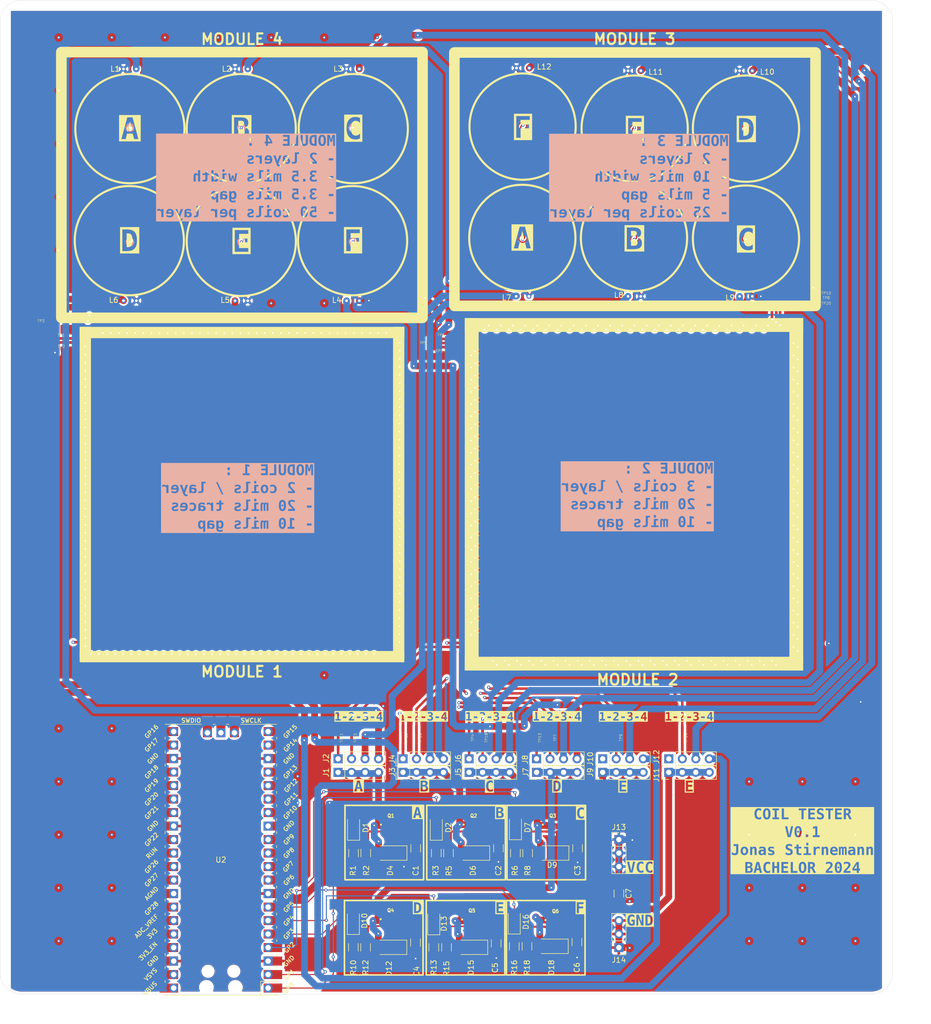
<source format=kicad_pcb>
(kicad_pcb (version 20240108) (generator "pcbnew") (generator_version "8.0")
  (title_block (title "Coil tester") (date "2024-06-19") (rev "0.1") (comment 1 "Jonas Stirnemann"))
  (layers (0 "F.Cu" signal "FIRST") (1 "In1.Cu" signal "SECOND") (2 "In2.Cu" power "GND") (31 "B.Cu" power "POWER") (34 "B.Paste" user) (35 "F.Paste" user) (36 "B.SilkS" user "B.Silkscreen") (37 "F.SilkS" user "F.Silkscreen") (38 "B.Mask" user) (39 "F.Mask" user) (44 "Edge.Cuts" user))
  (net 0 "")
  (net 1 "VCC")
  (net 2 "GND")
  (net 3 "/A_IN")
  (net 4 "Net-(D1-K)")
  (net 5 "Net-(D2-K)")
  (net 6 "/B_IN")
  (net 7 "Net-(D7-K)")
  (net 8 "/C_IN")
  (net 9 "/D_IN")
  (net 10 "Net-(D10-K)")
  (net 11 "Net-(D13-K)")
  (net 12 "/E_IN")
  (net 13 "Net-(D16-K)")
  (net 14 "/F_IN")
  (net 31 "/A_OUT")
  (net 44 "/B_OUT")
  (net 46 "/C_OUT")
  (net 62 "/D_OUT")
  (net 64 "/E_OUT")
  (net 71 "/F_OUT")
  (net 83 "/A2")
  (net 84 "/A1")
  (net 85 "/B2")
  (net 86 "/B1")
  (net 87 "/C2")
  (net 88 "/C1")
  (net 89 "/D1")
  (net 90 "/D2")
  (net 91 "/E2")
  (net 92 "/F2")
  (net 93 "/coil_module1/COIL_A1")
  (net 94 "/A4")
  (net 95 "/A3")
  (net 96 "/B4")
  (net 97 "/B3")
  (net 98 "/C4")
  (net 99 "/C3")
  (net 100 "/D4")
  (net 101 "/D3")
  (net 102 "/E4")
  (net 103 "/E1")
  (net 104 "/coil_module1/COIL_B1")
  (net 105 "/coil_module1/COIL_C1")
  (net 106 "/coil_module2/COIL_A2")
  (net 107 "/coil_module2/COIL_B2")
  (net 108 "/coil_module2/COIL_D2")
  (net 109 "/coil_module2/COIL_E2")
  (net 110 "/coil_module1/COIL_D1")
  (net 111 "/coil_module2/COIL_C2")
  (net 112 "/coil_module2/COIL_F2")
  (net 113 "/E3")
  (net 114 "/F3")
  (net 115 "/F4")
  (net 116 "/F1")
  (footprint "pads:pad_dual" (layer "F.Cu") (at 211.937 98.2495)
    (property "Reference" "TP17")
    (property "Value" "TestPoint_2Pole")
  )
  (footprint "Resistor_SMD:R_1206_3216Metric" (layer "F.Cu") (at 213.016 211.1885 -90)
    (property "Reference" "R15")
    (property "Value" "120k")
  )
  (footprint "Capacitor_SMD:C_1206_3216Metric" (layer "F.Cu") (at 222.796 192.5485 90)
    (property "Reference" "C2")
    (property "Value" "10u")
  )
  (footprint "PCB Coils:rounded_thicc" (layer "F.Cu") (at 248.4 57.4785 90)
    (property "Reference" "L11")
    (property "Value" "rounded_coil")
  )
  (footprint "Connector_PinHeader_2.54mm:PinHeader_1x04_P2.54mm_Vertical" (layer "F.Cu") (at 204.825 175.7195 90)
    (property "Reference" "J4")
    (property "Value" "Conn_01x04_Pin")
  )
  (footprint "Resistor_SMD:R_1206_3216Metric" (layer "F.Cu") (at 210.616 211.1885 -90)
    (property "Reference" "R13")
    (property "Value" "1k")
  )
  (footprint "Diode_SMD:D_SOD-128" (layer "F.Cu") (at 217.616 211.1885 180)
    (property "Reference" "D15")
    (property "Value" "D_Small")
  )
  (footprint "Resistor_SMD:R_1206_3216Metric" (layer "F.Cu") (at 195.516 193.4485 -90)
    (property "Reference" "R1")
    (property "Value" "1k")
  )
  (footprint "TRANSISTOR:TRANS_BUK9D23-40EX_3Dadded" (layer "F.Cu") (at 202.376 206.5385)
    (property "Reference" "Q4")
    (property "Value" "BUK6D120")
  )
  (footprint "MCU_RaspberryPi_and_Boards:RPi_Pico_SMD_TH" (layer "F.Cu") (at 170.54 194.7185 180)
    (property "Reference" "U2")
    (property "Value" "Pico")
  )
  (footprint "Diode_SMD:D_SOD-128" (layer "F.Cu") (at 232.896 193.4485 180)
    (property "Reference" "D9")
    (property "Value" "D_Small")
  )
  (footprint "pads:pad_dual" (layer "F.Cu") (at 280.898 88.9785 180)
    (property "Reference" "TP8")
    (property "Value" "TestPoint_2Pole")
  )
  (footprint "TRANSISTOR:TRANS_BUK9D23-40EX_3Dadded" (layer "F.Cu") (at 217.996 188.7485)
    (property "Reference" "Q2")
    (property "Value" "BUK6D120")
  )
  (footprint "Resistor_SMD:R_1206_3216Metric" (layer "F.Cu") (at 228.17 210.99575 -90)
    (property "Reference" "R18")
    (property "Value" "120k")
  )
  (footprint "TRANSISTOR:TRANS_BUK9D23-40EX_3Dadded" (layer "F.Cu") (at 233.4 206.7035)
    (property "Reference" "Q6")
    (property "Value" "BUK6D120")
  )
  (footprint "LED_SMD:LED_1206_3216Metric" (layer "F.Cu") (at 225.77 206.39575 90)
    (property "Reference" "D16")
    (property "Value" "LED_Small_Filled")
  )
  (footprint "Resistor_SMD:R_1206_3216Metric" (layer "F.Cu") (at 197.816 193.4485 -90)
    (property "Reference" "R2")
    (property "Value" "120k")
  )
  (footprint "PCB Coils:rounded_thin" (layer "F.Cu") (at 153.4 77.9785 -90)
    (property "Reference" "L6")
    (property "Value" "rounded_coil")
  )
  (footprint "pads:pad_dual" (layer "F.Cu") (at 207.365 171.7825 90)
    (property "Reference" "TP16")
    (property "Value" "TestPoint_2Pole")
  )
  (footprint "Connector_PinHeader_2.54mm:PinHeader_1x04_P2.54mm_Vertical" (layer "F.Cu") (at 229.976 178.2595 90)
    (property "Reference" "J7")
    (property "Value" "Conn_01x04_Pin")
  )
  (footprint "Capacitor_SMD:C_1206_3216Metric" (layer "F.Cu") (at 207.216 192.5485 90)
    (property "Reference" "C1")
    (property "Value" "10u")
  )
  (footprint "pads:pad_dual" (layer "F.Cu") (at 229.971 171.7825 90)
    (property "Reference" "TP13")
    (property "Value" "TestPoint_2Pole")
  )
  (footprint "Resistor_SMD:R_1206_3216Metric" (layer "F.Cu") (at 197.776 211.1885 -90)
    (property "Reference" "R12")
    (property "Value" "120k")
  )
  (footprint "Connector_PinHeader_2.54mm:PinHeader_1x03_P2.54mm_Vertical" (layer "F.Cu") (at 245.47 211.2285 180)
    (property "Reference" "J14")
    (property "Value" "Conn_01x03_Pin")
  )
  (footprint "TRANSISTOR:TRANS_BUK9D23-40EX_3Dadded" (layer "F.Cu") (at 232.896 188.7485)
    (property "Reference" "Q3")
    (property "Value" "BUK6D120")
  )
  (footprint "PCB Coils:rounded_thin" (layer "F.Cu") (at 153.4 57.4785 90)
    (property "Reference" "L1")
    (property "Value" "rounded_coil")
  )
  (footprint "LED_SMD:LED_1206_3216Metric" (layer "F.Cu") (at 195.516 188.7485 90)
    (property "Reference" "D1")
    (property "Value" "LED_Small_Filled")
  )
  (footprint "Connector_PinHeader_2.54mm:PinHeader_1x04_P2.54mm_Vertical" (layer "F.Cu") (at 192.6 175.7195 90)
    (property "Reference" "J2")
    (property "Value" "Conn_01x04_Pin")
  )
  (footprint "PCB Coils:rounded_thin" (layer "F.Cu") (at 174.4 57.4785 90)
    (property "Reference" "L2")
    (property "Value" "rounded_coil")
  )
  (footprint "Connector_PinHeader_2.54mm:PinHeader_1x04_P2.54mm_Vertical" (layer "F.Cu") (at 217.271 175.7195 90)
    (property "Reference" "J6")
    (property "Value" "Conn_01x04_Pin")
  )
  (footprint "Connector_PinHeader_2.54mm:PinHeader_1x04_P2.54mm_Vertical" (layer "F.Cu") (at 229.971 175.7195 90)
    (property "Reference" "J8")
    (property "Value" "Conn_01x04_Pin")
  )
  (footprint "pads:pad_dual" (layer "F.Cu") (at 140.944 96.623659)
    (property "Reference" "TP1")
    (property "Value" "TestPoint_2Pole")
  )
  (footprint "pads:pad_dual" (layer "F.Cu") (at 211.937 97.4875)
    (property "Reference" "TP5")
    (property "Value" "TestPoint_2Pole")
  )
  (footprint "LED_SMD:LED_1206_3216Metric" (layer "F.Cu") (at 210.616 206.5385 90)
    (property "Reference" "D13")
    (property "Value" "LED_Small_Filled")
  )
  (footprint "pads:pad_dual" (layer "F.Cu") (at 244.957 171.7825 90)
    (property "Reference" "TP9")
    (property "Value" "TestPoint_2Pole")
  )
  (footprint "pads:pad_dual" (layer "F.Cu") (at 204.825 171.7825 90)
    (property "Reference" "TP12")
    (property "Value" "TestPoint_2Pole")
  )
  (footprint "pads:pad_dual" (layer "F.Cu") (at 211.994 96.7255)
    (property "Reference" "TP6")
    (property "Value" "TestPoint_2Pole")
  )
  (footprint "Capacitor_SMD:C_1206_3216Metric" (layer "F.Cu") (at 237.57 210.19575 90)
    (property "Reference" "C6")
    (property "Value" "10u")
  )
  (footprint "pads:pad_dual" (layer "F.Cu") (at 140.4 92.305659)
    (property "Reference" "TP14")
    (property "Value" "TestPoint_2Pole")
  )
  (footprint "Connector_PinHeader_2.54mm:PinHeader_1x04_P2.54mm_Vertical" (layer "F.Cu") (at 242.427 175.7195 90)
    (property "Reference" "J10")
    (property "Value" "Conn_01x04_Pin")
  )
  (footprint "Resistor_SMD:R_1206_3216Metric" (layer "F.Cu") (at 195.476 211.1885 -90)
    (property "Reference" "R10")
    (property "Value" "1k")
  )
  (footprint "PCB Coils:rounded_thin" (layer "F.Cu") (at 195.4 77.9785 -90)
    (property "Reference" "L4")
    (property "Value" "rounded_coil")
  )
  (footprint "Resistor_SMD:R_1206_3216Metric" (layer "F.Cu") (at 225.77 210.99575 -90)
    (property "Reference" "R16")
    (property "Value" "1k")
  )
  (footprint "PCB Coils:rounded_thin" (layer "F.Cu") (at 195.4 57.4785 90)
    (property "Reference" "L3")
    (property "Value" "rounded_coil")
  )
  (footprint "PCB Coils:rounded_thicc" (layer "F.Cu") (at 269.4 57.4785 90)
    (property "Reference" "L10")
    (property "Value" "rounded_coil")
  )
  (footprint "pads:pad_dual" (layer "F.Cu") (at 232.511 171.7825 90)
    (property "Reference" "TP7")
    (property "Value" "TestPoint_2Pole")
  )
  (footprint "Connector_PinHeader_2.54mm:PinHeader_1x04_P2.54mm_Vertical" (layer "F.Cu") (at 242.417 178.2595 90)
    (property "Reference" "J9")
    (property "Value" "Conn_01x04_Pin")
  )
  (footprint "pads:pad_dual" (layer "F.Cu") (at 140.4 93.321659)
    (property "Reference" "TP3")
    (property "Value" "TestPoint_2Pole")
  )
  (footprint "Capacitor_SMD:C_1206_3216Metric" (layer "F.Cu") (at 207.176 210.2885 90)
    (property "Reference" "C4")
    (property "Value" "10u")
  )
  (footprint "Diode_SMD:D_SOD-128" (layer "F.Cu") (at 217.996 193.4485 180)
    (property "Reference" "D6")
    (property "Value" "D_Small")
  )
  (footprint "pads:pad_dual" (layer "F.Cu") (at 257.403 171.7825 90)
    (property "Reference" "TP19")
    (property "Value" "TestPoint_2Pole")
  )
  (footprint "PCB Coils:rounded_thicc" (layer "F.Cu") (at 269.4 77.4785 -90)
    (property "Reference" "L9")
    (property "Value" "rounded_coil")
  )
  (footprint "PCB Coils:rounded_thicc" (layer "F.Cu") (at 227.4 56.9785 90)
    (property "Reference" "L12")
    (property "Value" "rounded_coil")
  )
  (footprint "Connector_PinHeader_2.54mm:PinHeader_1x03_P2.54mm_Vertical" (layer "F.Cu") (at 245.47 190.9085)
    (property "Reference" "J13")
    (property "Value" "Conn_01x03_Pin")
  )
  (footprint "TRANSISTOR:TRANS_BUK9D23-40EX_3Dadded" (layer "F.Cu") (at 202.416 188.7485)
    (property "Reference" "Q1")
    (property "Value" "BUK6D120")
  )
  (footprint "pads:pad_dual" (layer "F.Cu") (at 192.6076 171.7825 90)
    (property "Reference" "TP11")
    (property "Value" "TestPoint_2Pole")
  )
  (footprint "pads:pad_dual" (layer "F.Cu") (at 280.841 88.2165 180)
    (property "Reference" "TP10")
    (property "Value" "TestPoint_2Pole")
  )
  (footprint "Capacitor_SMD:C_1206_3216Metric" (layer "F.Cu") (at 237.696 192.5485 90)
    (property "Reference" "C3")
    (property "Value" "10u")
  )
  (footprint "Capacitor_SMD:C_1206_3216Metric" (layer "F.Cu") (at 222.366 210.4385 90)
    (property "Reference" "C5")
    (property "Value" "10u")
  )
  (footprint "Connector_PinHeader_2.54mm:PinHeader_1x04_P2.54mm_Vertical" (layer "F.Cu") (at 204.825 178.2595 90)
    (property "Reference" "J3")
    (property "Value" "Conn_01x04_Pin")
  )
  (footprint "PCB Coils:rounded_thicc" (layer "F.Cu") (at 248.4 77.4785 -90)
    (property "Reference" "L8")
    (property "Value" "rounded_coil")
  )
  (footprint "pads:pad_dual" (layer "F.Cu") (at 280.898 89.7405 180)
    (property "Reference" "TP20")
    (property "Value" "TestPoint_2Pole")
  )
  (footprint "LED_SMD:LED_1206_3216Metric" (layer "F.Cu") (at 195.476 206.4885 90)
    (property "Reference" "D10")
    (property "Value" "LED_Small_Filled")
  )
  (footprint "LED_SMD:LED_1206_3216Metric" (layer "F.Cu") (at 211.096 188.7485 90)
    (property "Reference" "D2")
    (property "Value" "LED_Small_Filled")
  )
  (footprint "PCB Coils:rounded_thin" (layer "F.Cu") (at 174.4 77.9785 -90)
    (property "Reference" "L5")
    (property "Value" "rounded_coil")
  )
  (footprint "LED_SMD:LED_1206_3216Metric" (layer "F.Cu") (at 225.996 188.6485 90)
    (property "Reference" "D7")
    (property "Value" "LED_Small_Filled")
  )
  (footprint "Diode_SMD:D_SOD-128" (layer "F.Cu") (at 202.376 211.1885 180)
    (property "Reference" "D12")
    (property "Value" "D_Small")
  )
  (footprint "TRANSISTOR:TRANS_BUK9D23-40EX_3Dadded" (layer "F.Cu") (at 217.681 206.5885)
    (property "Reference" "Q5")
    (property "Value" "BUK6D120")
  )
  (footprint "pads:pad_dual" (layer "F.Cu") (at 217.271 171.7825 90)
    (property "Reference" "TP4")
    (property "Value" "TestPoint_2Pole")
  )
  (footprint "Connector_PinHeader_2.54mm:PinHeader_1x04_P2.54mm_Vertical" (layer "F.Cu") (at 254.873 175.7195 90)
    (property "Reference" "J12")
    (property "Value" "Conn_01x04_Pin")
  )
  (footprint "Diode_SMD:D_SOD-128" (layer "F.Cu") (at 202.416 193.4485 180)
    (property "Reference" "D4")
    (property "Value" "D_Small")
  )
  (footprint "Connector_PinHeader_2.54mm:PinHeader_1x04_P2.54mm_Vertical" (layer "F.Cu") (at 254.863 178.2595 90)
    (property "Reference" "J11")
    (property "Value" "Conn_01x04_Pin")
  )
  (footprint "Resistor_SMD:R_1206_3216Metric" (layer "F.Cu") (at 213.396 193.4485 -90)
    (property "Reference" "R5")
    (property "Value" "120k")
  )
  (footprint "PCB Coils:rounded_thicc" (layer "F.Cu") (at 227.33 77.48 -90)
    (property "Reference" "L7")
    (property "Value" "rounded_coil")
  )
  (footprint "pads:pad_dual" (layer "F.Cu") (at 219.811 171.7825 90)
    (property "Reference" "TP18")
    (property "Value" "TestPoint_2Pole")
  )
  (footprint "pads:pad_dual" (layer "F.Cu") (at 195.15 171.7825 90)
    (property "Reference" "TP15")
    (property "Value" "TestPoint_2Pole")
  )
  (footprint "pads:pad_dual" (layer "F.Cu") (at 140.944 97.385659)
    (property "Reference" "TP2")
    (property "Value" "TestPoint_2Pole")
  )
  (footprint "Connector_PinHeader_2.54mm:PinHeader_1x04_P2.54mm_Vertical" (layer "F.Cu") (at 192.6 178.2595 90)
    (property "Reference" "J1")
    (property "Value" "Conn_01x04_Pin")
  )
  (footprint "Diode_SMD:D_SOD-128" (layer "F.Cu") (at 232.77 210.99575 180)
    (property "Reference" "D18")
    (property "Value" "D_Small")
  )
  (footprint "Connector_PinHeader_2.54mm:PinHeader_1x04_P2.54mm_Vertical" (layer "F.Cu") (at 217.271 178.2595 90)
    (property "Reference" "J5")
    (property "Value" "Conn_01x04_Pin")
  )
  (footprint "Resistor_SMD:R_1206_3216Metric" (layer "F.Cu") (at 225.996 193.4485 -90)
    (property "Reference" "R6")
    (property "Value" "1k")
  )
  (footprint "Resistor_SMD:R_1206_3216Metric" (layer "F.Cu") (at 228.296 193.4485 -90)
    (property "Reference" "R8")
    (property "Value" "120k")
  )
  (footprint "Capacitor_SMD:C_1206_3216Metric" (layer "F.Cu") (at 245.47 201.0685 -90)
    (property "Reference" "C7")
    (property "Value" "10u")
  )
  (footprint "Resistor_SMD:R_1206_3216Metric" (layer "F.Cu") (at 211.096 193.4485 -90)
    (property "Reference" "R3")
    (property "Value" "1k")
  )
  (gr_rect (start 224.4 184.4785) (end 239.2 198.4785) (stroke (width 0.3)) (fill none) (layer "F.SilkS"))
  (gr_circle (center 269.4 77.851) (end 279.4 77.851) (stroke (width 0.4)) (fill none) (layer "F.SilkS"))
  (gr_circle (center 174.381196 78.359) (end 184.658 78.359) (stroke (width 0.4)) (fill none) (layer "F.SilkS"))
  (gr_circle (center 174.371 57.15) (end 184.647804 57.15) (stroke (width 0.4)) (fill none) (layer "F.SilkS"))
  (gr_circle (center 153.299196 78.232) (end 163.576 78.232) (stroke (width 0.4)) (fill none) (layer "F.SilkS"))
  (gr_rect (start 216.5227 92.85) (end 280.1227 95.35) (stroke (width 0.1)) (fill solid) (layer "F.SilkS"))
  (gr_circle (center 269.4 57.15) (end 279.4 57.15) (stroke (width 0.4)) (fill none) (layer "F.SilkS"))
  (gr_rect (start 193.8 202.3785) (end 208.6 216.3785) (stroke (width 0.3)) (fill none) (layer "F.SilkS"))
  (gr_rect (start 209.2 202.3785) (end 224 216.3785) (stroke (width 0.3)) (fill none) (layer "F.SilkS"))
  (gr_rect (start 216.51 92.8546) (end 219.01 159.0546) (stroke (width 0.1)) (fill solid) (layer "F.SilkS"))
  (gr_rect (start 144 94.5) (end 205.02 96.5254) (stroke (width 0.1)) (fill solid) (layer "F.SilkS"))
  (gr_rect (start 277.6227 92.85) (end 280.1227 157.34) (stroke (width 0.1)) (fill solid) (layer "F.SilkS"))
  (gr_rect (start 214.5 42.82) (end 282.5 90.5) (stroke (width 2)) (fill none) (layer "F.SilkS"))
  (gr_rect (start 140.5 42.75) (end 208.5 92.75) (stroke (width 2)) (fill none) (layer "F.SilkS"))
  (gr_rect (start 209.3 184.4785) (end 224.1 198.4785) (stroke (width 0.3)) (fill none) (layer "F.SilkS"))
  (gr_rect (start 224.3 202.3785) (end 239.1 216.3785) (stroke (width 0.3)) (fill none) (layer "F.SilkS"))
  (gr_rect (start 216.52 156.56) (end 280.12 159.06) (stroke (width 0.1)) (fill solid) (layer "F.SilkS"))
  (gr_circle (center 227.293 77.7175) (end 237.293 77.7175) (stroke (width 0.4)) (fill none) (layer "F.SilkS"))
  (gr_circle (center 227.340196 56.769) (end 237.340196 56.769) (stroke (width 0.4)) (fill none) (layer "F.SilkS"))
  (gr_rect (start 144 155.4746) (end 205.02 157.5) (stroke (width 0.1)) (fill solid) (layer "F.SilkS"))
  (gr_rect (start 193.9 184.4785) (end 208.7 198.4785) (stroke (width 0.3)) (fill none) (layer "F.SilkS"))
  (gr_circle (center 195.463196 57.15) (end 205.74 57.15) (stroke (width 0.4)) (fill none) (layer "F.SilkS"))
  (gr_rect (start 144 94.5) (end 146.0254 157) (stroke (width 0.1)) (fill solid) (layer "F.SilkS"))
  (gr_rect (start 203 94.5) (end 205.0254 157) (stroke (width 0.1)) (fill solid) (layer "F.SilkS"))
  (gr_circle (center 248.445 57.15) (end 258.445 57.15) (stroke (width 0.4)) (fill none) (layer "F.SilkS"))
  (gr_circle (center 153.405804 57.15) (end 163.682608 57.15) (stroke (width 0.4)) (fill none) (layer "F.SilkS"))
  (gr_circle (center 248.318 77.724) (end 258.318 77.724) (stroke (width 0.4)) (fill none) (layer "F.SilkS"))
  (gr_circle (center 195.336196 78.232) (end 205.613 78.232) (stroke (width 0.4)) (fill none) (layer "F.SilkS"))
  (gr_arc (start 297 216) (mid 295.828427 218.828427) (end 293 220) (stroke (width 0.05)) (layer "Edge.Cuts"))
  (gr_line (start 133 33) (end 293 33) (stroke (width 0.05)) (layer "Edge.Cuts"))
  (gr_line (start 297 37) (end 297 216) (stroke (width 0.05)) (layer "Edge.Cuts"))
  (gr_arc (start 293 33) (mid 295.828427 34.171573) (end 297 37) (stroke (width 0.05)) (layer "Edge.Cuts"))
  (gr_arc (start 133 220) (mid 130.171573 218.828427) (end 129 216) (stroke (width 0.05)) (layer "Edge.Cuts"))
  (gr_arc (start 129 37) (mid 130.171573 34.171573) (end 133 33) (stroke (width 0.05)) (layer "Edge.Cuts"))
  (gr_line (start 293 220) (end 133 220) (stroke (width 0.05)) (layer "Edge.Cuts"))
  (gr_line (start 129 216) (end 129 37) (stroke (width 0.05)) (layer "Edge.Cuts"))
  (gr_text "MODULE 2 : \n- 3 coils / layer\n- 20 mils traces\n- 10 mils gap\n" (at 263.25 132.46 0) (layer "B.SilkS" knockout) (effects (font (size 2 2) (thickness 0.4) (bold yes)) (justify left bottom mirror)))
  (gr_text "MODULE 3 : \n- 2 layers\n- 10 mils width\n- 5 mils gap\n- 25 coils per layer" (at 266.12 74.2 0) (layer "B.SilkS" knockout) (effects (font (size 2 2) (thickness 0.4) (bold yes)) (justify left bottom mirror)))
  (gr_text "MODULE 4 : \n- 2 layers\n- 3.5 mils width\n- 3.5 mils gap\n- 50 coils per layer" (at 192.13 74.16 0) (layer "B.SilkS" knockout) (effects (font (size 2 2) (thickness 0.4) (bold yes)) (justify left bottom mirror)))
  (gr_text "MODULE 1 : \n- 2 coils / layer\n- 20 mils traces\n- 10 mils gap\n" (at 188.01 132.77 0) (layer "B.SilkS" knockout) (effects (font (size 2 2) (thickness 0.4) (bold yes)) (justify left bottom mirror)))
  (gr_text "GND" (at 249.44 207.42 0) (layer "F.SilkS" knockout) (effects (font (size 2 2) (thickness 0.4) (bold yes)) (justify bottom)))
  (gr_text "D" (at 206.7 205.0785 0) (layer "F.SilkS" knockout) (effects (font (size 2 2) (thickness 0.4) (bold yes)) (justify left bottom)))
  (gr_text "COIL TESTER\nV0.1\nJonas Stirnemann\nBACHELOR 2024" (at 280.05 197.51 0) (layer "F.SilkS" knockout) (effects (font (size 2 2) (thickness 0.4) (bold yes)) (justify bottom)))
  (gr_text "1-2-3-4" (at 233.807 168.783 0) (layer "F.SilkS" knockout) (effects (font (size 1.55 1.55) (thickness 0.375) (bold yes)) (justify bottom)))
  (gr_text "B" (at 208.8 182.2 0) (layer "F.SilkS" knockout) (effects (font (size 2 2) (thickness 0.4) (bold yes)) (justify bottom)))
  (gr_text "1-2-3-4" (at 246.253 168.783 0) (layer "F.SilkS" knockout) (effects (font (size 1.55 1.55) (thickness 0.375) (bold yes)) (justify bottom)))
  (gr_text "E" (at 258.7 182.2 0) (layer "F.SilkS" knockout) (effects (font (size 2 2) (thickness 0.4) (bold yes)) (justify bottom)))
  (gr_text "E" (at 174.381196 81 0) (layer "F.SilkS" knockout) (effects (font (size 4 4) (thickness 0.4) (bold yes)) (justify bottom)))
  (gr_text "F" (at 195.336196 80.873 0) (layer "F.SilkS" knockout) (effects (font (size 4 4) (thickness 0.4) (bold yes)) (justify bottom)))
  (gr_text "F" (at 237.3 205.0785 0) (layer "F.SilkS" knockout) (effects (font (size 2 2) (thickness 0.4) (bold yes)) (justify left bottom)))
  (gr_text "1-2-3-4" (at 208.661 168.783 0) (layer "F.SilkS" knockout) (effects (font (size 1.55 1.55) (thickness 0.375) (bold yes)) (justify bottom)))
  (gr_text "E" (at 222.2 205.0785 0) (layer "F.SilkS" knockout) (effects (font (size 2 2) (thickness 0.4) (bold yes)) (justify left bottom)))
  (gr_text "B" (at 174.371 59.791 0) (layer "F.SilkS" knockout) (effects (font (size 4 4) (thickness 0.4) (bold yes)) (justify bottom)))
  (gr_text "C" (at 269.4 80.635 0) (layer "F.SilkS" knockout) (effects (font (size 4 4) (thickness 0.4) (bold yes)) (justify bottom)))
  (gr_text "1-2-3-4" (at 221.107 168.783 0) (layer "F.SilkS" knockout) (effects (font (size 1.55 1.55) (thickness 0.375) (bold yes)) (justify bottom)))
  (gr_text "E" (at 246.2 182.2 0) (layer "F.SilkS" knockout) (effects (font (size 2 2) (thickness 0.4) (bold yes)) (justify bottom)))
  (gr_text "VCC" (at 249.46 197.46 0) (layer "F.SilkS" knockout) (effects (font (size 2 2) (thickness 0.4) (bold yes)) (justify bottom)))
  (gr_text "B" (at 222.2 187.1785 0) (layer "F.SilkS" knockout) (effects (font (size 2 2) (thickness 0.4) (bold yes)) (justify left bottom)))
  (gr_text "MODULE 2" (at 249 162 0) (layer "F.SilkS") (effects (font (size 2 2) (thickness 0.4) (bold yes)) (justify bottom)))
  (gr_text "E" (at 248.445 59.934 0) (layer "F.SilkS" knockout) (effects (font (size 4 4) (thickness 0.4) (bold yes)) (justify bottom)))
  (gr_text "A" (at 206.7 187.1785 0) (layer "F.SilkS" knockout) (effects (font (size 2 2) (thickness 0.4) (bold yes)) (justify left bottom)))
  (gr_text "C" (at 195.463196 59.791 0) (layer "F.SilkS" knockout) (effects (font (size 4 4) (thickness 0.4) (bold yes)) (justify bottom)))
  (gr_text "D" (at 269.4 59.934 0) (layer "F.SilkS" knockout) (effects (font (size 4 4) (thickness 0.4) (bold yes)) (justify bottom)))
  (gr_text "1-2-3-4" (at 258.699 168.783 0) (layer "F.SilkS" knockout) (effects (font (size 1.55 1.55) (thickness 0.375) (bold yes)) (justify bottom)))
  (gr_text "1-2-3-4" (at 196.469 168.783 0) (layer "F.SilkS" knockout) (effects (font (size 1.55 1.55) (thickness 0.375) (bold yes)) (justify bottom)))
  (gr_text "MODULE 1" (at 174.5 160.5 0) (layer "F.SilkS") (effects (font (size 2 2) (thickness 0.4) (bold yes)) (justify bottom)))
  (gr_text "A" (at 227.29 80.3615 0) (layer "F.SilkS" knockout) (effects (font (size 4 4) (thickness 0.4) (bold yes)) (justify bottom)))
  (gr_text "A" (at 196.45 182.2 0) (layer "F.SilkS" knockout) (effects (font (size 2 2) (thickness 0.4) (bold yes)) (justify bottom)))
  (gr_text "D" (at 153.299196 80.873 0) (layer "F.SilkS" knockout) (effects (font (size 4 4) (thickness 0.4) (bold yes)) (justify bottom)))
  (gr_text "C" (at 221.1 182.2 0) (layer "F.SilkS" knockout) (effects (font (size 2 2) (thickness 0.4) (bold yes)) (justify bottom)))
  (gr_text "C" (at 237.4 187.2785 0) (layer "F.SilkS" knockout) (effects (font (size 2 2) (thickness 0.4) (bold yes)) (justify left bottom)))
  (gr_text "D" (at 233.8 182.2 0) (layer "F.SilkS" knockout) (effects (font (size 2 2) (thickness 0.4) (bold yes)) (justify bottom)))
  (gr_text "MODULE 3" (at 248.42 41.47 0) (layer "F.SilkS") (effects (font (size 2 2) (thickness 0.4) (bold yes)) (justify bottom)))
  (gr_text "B" (at 248.318 80.508 0) (layer "F.SilkS" knockout) (effects (font (size 4 4) (thickness 0.4) (bold yes)) (justify bottom)))
  (gr_text "F" (at 227.340196 59.553 0) (layer "F.SilkS" knockout) (effects (font (size 4 4) (thickness 0.4) (bold yes)) (justify bottom)))
  (gr_text "A" (at 153.405804 59.791 0) (layer "F.SilkS" knockout) (effects (font (size 4 4) (thickness 0.4) (bold yes)) (justify bottom)))
  (gr_text "MODULE 4" (at 174.5 41.5 0) (layer "F.SilkS") (effects (font (size 2 2) (thickness 0.4) (bold yes)) (justify bottom)))
  (segment (start 220.196 193.4485) (end 222.221 193.4485) (width 1.27) (layer "F.Cu") (net 1))
  (segment (start 282.098 89.7405) (end 282.098 87.102) (width 1.27) (layer "F.Cu") (net 1))
  (segment (start 139.2 92.305659) (end 139.2 99.2) (width 1.27) (layer "F.Cu") (net 1))
  (segment (start 270.6 88.7015) (end 272.1985 88.7015) (width 1.27) (layer "F.Cu") (net 1))
  (segment (start 282.098 87.102) (end 282.1 87.1) (width 1.27) (layer "F.Cu") (net 1))
  (segment (start 206.641 193.4485) (end 207.216 194.0235) (width 1.27) (layer "F.Cu") (net 1))
  (segment (start 210.737 98.2495) (end 210.737 94.463) (width 1.27) (layer "F.Cu") (net 1))
  (segment (start 236.895 210.99575) (end 237.57 211.67075) (width 1.27) (layer "F.Cu") (net 1))
  (segment (start 222.796 195.096) (end 222.8 195.1) (width 1.27) (layer "F.Cu") (net 1))
  (segment (start 237.121 193.4485) (end 237.696 194.0235) (width 1.27) (layer "F.Cu") (net 1))
  (segment (start 222.221 193.4485) (end 222.796 194.0235) (width 1.27) (layer "F.Cu") (net 1))
  (segment (start 221.641 211.1885) (end 222.366 211.9135) (width 1.27) (layer "F.Cu") (net 1))
  (segment (start 272.1985 88.7015) (end 272.2 88.7) (width 1.27) (layer "F.Cu") (net 1))
  (segment (start 237.696 195.196) (end 237.7 195.2) (width 1.27) (layer "F.Cu") (net 1))
  (segment (start 206.601 211.1885) (end 207.176 211.7635) (width 1.27) (layer "F.Cu") (net 1))
  (segment (start 234.97 210.99575) (end 236.895 210.99575) (width 1.27) (layer "F.Cu") (net 1))
  (segment (start 237.57 211.67075) (end 237.57 213.07) (width 1.27) (layer "F.Cu") (net 1))
  (segment (start 235.096 193.4485) (end 237.121 193.4485) (width 1.27) (layer "F.Cu") (net 1))
  (segment (start 207.176 213.276) (end 207.2 213.3) (width 1.27) (layer "F.Cu") (net 1))
  (segment (start 205.2395 196) (end 207.216 194.0235) (width 1.27) (layer "F.Cu") (net 1))
  (segment (start 211.5 91.5) (end 209 89) (width 1.27) (layer "F.Cu") (net 1))
  (segment (start 237.57 213.07) (end 237.6 213.1) (width 1.27) (layer "F.Cu") (net 1))
  (segment (start 210.737 94.463) (end 211.5 93.7) (width 1.27) (layer "F.Cu") (net 1))
  (segment (start 237.696 194.0235) (end 237.696 195.196) (width 1.27) (layer "F.Cu") (net 1))
  (segment (start 139.2 99.2) (end 139.3 99.3) (width 1.27) (layer "F.Cu") (net 1))
  (segment (start 222.366 211.9135) (end 222.366 213.166) (width 1.27) (layer "F.Cu") (net 1))
  (segment (start 211.5 93.7) (end 211.5 91.5) (width 1.27) (layer "F.Cu") (net 1))
  (segment (start 219.816 211.1885) (end 221.641 211.1885) (width 1.27) (layer "F.Cu") (net 1))
  (segment (start 207.176 211.7635) (end 207.176 213.276) (width 1.27) (layer "F.Cu") (net 1))
  (segment (start 222.366 213.166) (end 222.4 213.2) (width 1.27) (layer "F.Cu") (net 1))
  (segment (start 196.6 89.5285) (end 198.3715 89.5285) (width 1.27) (layer "F.Cu") (net 1))
  (segment (start 222.796 194.0235) (end 222.796 195.096) (width 1.27) (layer "F.Cu") (net 1))
  (segment (start 198.3715 89.5285) (end 198.4 89.5) (width 1.27) (layer "F.Cu") (net 1))
  (segment (start 204.576 211.1885) (end 206.601 211.1885) (width 1.27) (layer "F.Cu") (net 1))
  (segment (start 205 196) (end 205.2395 196) (width 1.27) (layer "F.Cu") (net 1))
  (segment (start 245.47 190.9085) (end 245.47 199.5935) (width 1.27) (layer "F.Cu") (net 1))
  (segment (start 204.616 193.4485) (end 206.641 193.4485) (width 1.27) (layer "F.Cu") (net 1))
  (via (at 272.2 88.7) (size 0.6) (drill 0.3) (layers "F.Cu" "B.Cu") (net 1))
  (via (at 185 184) (size 0.6) (drill 0.3) (layers "F.Cu" "B.Cu") (net 1))
  (via (at 282.1 87.1) (size 0.6) (drill 0.3) (layers "F.Cu" "B.Cu") (net 1))
  (via (at 209 89) (size 0.6) (drill 0.3) (layers "F.Cu" "B.Cu") (net 1))
  (via (at 291 165) (size 0.6) (drill 0.3) (layers "F.Cu" "B.Cu") (net 1))
  (via (at 191 184) (size 0.6) (drill 0.3) (layers "F.Cu" "B.Cu") (net 1))
  (via (at 139.3 99.3) (size 0.6) (drill 0.3) (layers "F.Cu" "B.Cu") (net 1))
  (via (at 237.6 213.1) (size 0.6) (drill 0.3) (layers "F.Cu" "B.Cu") (net 1))
  (via (at 248 191) (size 0.6) (drill 0.3) (layers "F.Cu" "B.Cu") (net 1))
  (via (at 285 154) (size 0.6) (drill 0.3) (layers "F.Cu" "B.Cu") (net 1))
  (via (at 207.2 213.3) (size 0.6) (drill 0.3) (layers "F.Cu" "B.Cu") (net 1))
  (via (at 222.4 213.2) (size 0.6) (drill 0.3) (layers "F.Cu" "B.Cu") (net 1))
  (via (at 205 196) (size 0.6) (drill 0.3) (layers "F.Cu" "B.Cu") (net 1))
  (via (at 237.7 195.2) (size 0.6) (drill 0.3) (layers "F.Cu" "B.Cu") (net 1))
  (via (at 211.5 93.7) (size 0.6) (drill 0.3) (layers "F.Cu" "B.Cu") (net 1))
  (via (at 222.8 195.1) (size 0.6) (drill 0.3) (layers "F.Cu" "B.Cu") (net 1))
  (via (at 198.4 89.5) (size 0.6) (drill 0.3) (layers "F.Cu" "B.Cu") (net 1))
  (segment (start 206 197) (end 220.9 197) (width 1.27) (layer "B.Cu") (net 1))
  (segment (start 220.9 197) (end 222.8 195.1) (width 1.27) (layer "B.Cu") (net 1))
  (segment (start 205 196) (end 206 197) (width 1.27) (layer "B.Cu") (net 1))
  (segment (start 245.47 190.9085) (end 247.9085 190.9085) (width 1.27) (layer "B.Cu") (net 1))
  (segment (start 247.9085 190.9085) (end 248 191) (width 1.27) (layer "B.Cu") (net 1))
  (segment (start 202.376 207.3135) (end 205.676 207.3135) (width 0.3048) (layer "F.Cu") (net 2))
  (segment (start 195.476 212.651) (end 197.776 212.651) (width 1.27) (layer "F.Cu") (net 2))
  (segment (start 245.47 206.1485) (end 245.47 211.2285) (width 1.27) (layer "F.Cu") (net 2))
  (segment (start 220.541 207.3635) (end 217.681 207.3635) (width 0.3048) (layer "F.Cu") (net 2))
  (segment (start 195.516 194.911) (end 197.816 194.911) (width 1.27) (layer "F.Cu") (net 2))
  (segment (start 222.141 208.9635) (end 220.541 207.3635) (width 0.3048) (layer "F.Cu") (net 2))
  (segment (start 202.416 189.5235) (end 205.666 189.5235) (width 0.4572) (layer "F.Cu") (net 2))
  (segment (start 247.4285 211.2285) (end 247.5 211.3) (width 1.27) (layer "F.Cu") (net 2))
  (segment (start 217.996 189.5235) (end 221.246 189.5235) (width 0.3048) (layer "F.Cu") (net 2))
  (segment (start 211.096 194.911) (end 213.396 194.911) (width 1.27) (layer "F.Cu") (net 2))
  (segment (start 236.146 189.5235) (end 237.696 191.0735) (width 0.3048) (layer "F.Cu") (net 2))
  (segment (start 245.47 202.5435) (end 247.4565 202.5435) (width 0.635) (layer "F.Cu") (net 2))
  (segment (start 245.47 211.2285) (end 247.4285 211.2285) (width 1.27) (layer "F.Cu") (net 2))
  (segment (start 247.4565 202.5435) (end 247.5 202.5) (width 0.635) (layer "F.Cu") (net 2))
  (segment (start 232.896 189.5235) (end 236.146 189.5235) (width 0.3048) (layer "F.Cu") (net 2))
  (segment (start 222.366 208.9635) (end 222.141 208.9635) (width 0.3048) (layer "F.Cu") (net 2))
  (segment (start 205.676 207.3135) (end 207.176 208.8135) (width 0.3048) (layer "F.Cu") (net 2))
  (segment (start 225.77 212.45825) (end 228.17 212.45825) (width 1.27) (layer "F.Cu") (net 2))
  (segment (start 210.616 212.651) (end 213.016 212.651) (width 1.27) (layer "F.Cu") (net 2))
  (segment (start 205.666 189.5235) (end 207.216 191.0735) (width 0.4572) (layer "F.Cu") (net 2))
  (segment (start 225.996 194.911) (end 228.296 194.911) (width 1.27) (layer "F.Cu") (net 2))
  (segment (start 221.246 189.5235) (end 222.796 191.0735) (width 0.3048) (layer "F.Cu") (net 2))
  (segment (start 235.505 206.65575) (end 237.57 208.72075) (width 0.3048) (layer "F.Cu") (net 2))
  (via (at 290 200) (size 0.6) (drill 0.3) (layers "F.Cu" "B.Cu") (net 2))
  (via (at 290 180) (size 0.6) (drill 0.3) (layers "F.Cu" "B.Cu") (net 2))
  (via (at 140 190) (size 0.6) (drill 0.3) (layers "F.Cu" "B.Cu") (net 2))
  (via (at 150 180) (size 0.6) (drill 0.3) (layers "F.Cu" "B.Cu") (net 2))
  (via (at 170 40) (size 0.6) (drill 0.3) (layers "F.Cu" "B.Cu") (net 2))
  (via (at 180 90) (size 0.6) (drill 0.3) (layers "F.Cu" "B.Cu") (net 2))
  (via (at 140 210) (size 0.6) (drill 0.3) (layers "F.Cu" "B.Cu") (net 2))
  (via (at 190 40) (size 0.6) (drill 0.3) (layers "F.Cu" "B.Cu") (net 2))
  (via (at 247.5 202.5) (size 0.6) (drill 0.3) (layers "F.Cu" "B.Cu") (net 2))
  (via (at 160 40) (size 0.6) (drill 0.3) (layers "F.Cu" "B.Cu") (net 2))
  (via (at 140 40) (size 0.6) (drill 0.3) (layers "F.Cu" "B.Cu") (net 2))
  (via (at 180 40) (size 0.6) (drill 0.3) (layers "F.Cu" "B.Cu") (net 2))
  (via (at 290 210) (size 0.6) (drill 0.3) (layers "F.Cu" "B.Cu") (net 2))
  (via (at 140 50) (size 0.6) (drill 0.3) (layers "F.Cu" "B.Cu") (net 2))
  (via (at 190 90) (size 0.6) (drill 0.3) (layers "F.Cu" "B.Cu") (net 2))
  (via (at 280 200) (size 0.6) (drill 0.3) (layers "F.Cu" "B.Cu") (net 2))
  (via (at 150 190) (size 0.6) (drill 0.3) (layers "F.Cu" "B.Cu") (net 2))
  (via (at 280 190) (size 0.6) (drill 0.3) (layers "F.Cu" "B.Cu") (net 2))
  (via (at 290 190) (size 0.6) (drill 0.3) (layers "F.Cu" "B.Cu") (net 2))
  (via (at 200 40) (size 0.6) (drill 0.3) (layers "F.Cu" "B.Cu") (net 2))
  (via (at 140 70) (size 0.6) (drill 0.3) (layers "F.Cu" "B.Cu") (net 2))
  (via (at 270 210) (size 0.6) (drill 0.3) (layers "F.Cu" "B.Cu") (net 2))
  (via (at 270 190) (size 0.6) (drill 0.3) (layers "F.Cu" "B.Cu") (net 2))
  (via (at 247.5 211.3) (size 0.6) (drill 0.3) (layers "F.Cu" "B.Cu") (net 2))
  (via (at 185 179) (size 0.6) (drill 0.3) (layers "F.Cu" "B.Cu") (net 2))
  (via (at 270 180) (size 0.6) (drill 0.3) (layers "F.Cu" "B.Cu") (net 2))
  (via (at 140 170) (size 0.6) (drill 0.3) (layers "F.Cu" "B.Cu") (net 2))
  (via (at 150 210) (size 0.6) (drill 0.3) (layers "F.Cu" "B.Cu") (net 2))
  (via (at 201.1 165.8) (size 0.6) (drill 0.3) (layers "F.Cu" "B.Cu") (net 2))
  (via (at 150 200) (size 0.6) (drill 0.3) (layers "F.Cu" "B.Cu") (net 2))
  (via (at 140 200) (size 0.6) (drill 0.3) (layers "F.Cu" "B.Cu") (net 2))
  (via (at 150 170) (size 0.6) (drill 0.3) (layers "F.Cu" "B.Cu") (net 2))
  (via (at 280 210) (size 0.6) (drill 0.3) (layers "F.Cu" "B.Cu") (net 2))
  (via (at 280 180) (size 0.6) (drill 0.3) (layers "F.Cu" "B.Cu") (net 2))
  (via (at 140 80) (size 0.6) (drill 0.3) (layers "F.Cu" "B.Cu") (net 2))
  (via (at 190 160) (size 0.6) (drill 0.3) (layers "F.Cu" "B.Cu") (net 2))
  (via (at 140 180) (size 0.6) (drill 0.3) (layers "F.Cu" "B.Cu") (net 2))
  (via (at 270 200) (size 0.6) (drill 0.3) (layers "F.Cu" "B.Cu") (net 2))
  (via (at 150 40) (size 0.6) (drill 0.3) (layers "F.Cu" "B.Cu") (net 2))
  (via (at 140 60) (size 0.6) (drill 0.3) (layers "F.Cu" "B.Cu") (net 2))
  (segment (start 197.816 191.986) (end 197.816 188.8485) (width 1.27) (layer "F.Cu") (net 3))
  (segment (start 195.516 187.3485) (end 191.7 191.1645) (width 0.2) (layer "F.Cu") (net 3))
  (segment (start 191.7 191.1645) (end 191.7 204.8) (width 0.2) (layer "F.Cu") (net 3))
  (segment (start 198.366 189.3985) (end 197.816 188.8485) (width 0.381) (layer "F.Cu") (net 3))
  (segment (start 189.0515 218.8485) (end 179.43 218.8485) (width 0.2) (layer "F.Cu") (net 3))
  (segment (start 191.7 216.2) (end 189.0515 218.8485) (width 0.2) (layer "F.Cu") (net 3))
  (segment (start 196.316 187.3485) (end 195.516 187.3485) (width 1.27) (layer "F.Cu") (net 3))
  (segment (start 191.7 213) (end 191.7 216.2) (width 0.2) (layer "F.Cu") (net 3))
  (segment (start 197.816 188.8485) (end 196.316 187.3485) (width 1.27) (layer "F.Cu") (net 3))
  (segment (start 201.481 189.3985) (end 198.366 189.3985) (width 0.381) (layer "F.Cu") (net 3))
  (via (at 191.7 204.8) (size 0.6) (drill 0.3) (layers "F.Cu" "B.Cu") (net 3))
  (via (at 191.7 213) (size 0.6) (drill 0.3) (layers "F.Cu" "B.Cu") (net 3))
  (segment (start 191.7 204.8) (end 191.7 213) (width 0.2) (layer "B.Cu") (net 3))
  (segment (start 195.516 190.1485) (end 195.516 191.986) (width 1.27) (layer "F.Cu") (net 4))
  (segment (start 211.096 190.1485) (end 211.096 191.986) (width 1.27) (layer "F.Cu") (net 5))
  (segment (start 213.396 188.2485) (end 213.396 189.5485) (width 1.27) (layer "F.Cu") (net 6))
  (segment (start 217.061 189.3985) (end 213.546 189.3985) (width 0.381) (layer "F.Cu") (net 6))
  (segment (start 211.096 183.004) (end 211.1 183) (width 0.2) (layer "F.Cu") (net 6))
  (segment (start 189.6915 216.3085) (end 179.43 216.3085) (width 0.2) (layer "F.Cu") (net 6))
  (segment (start 211.096 187.3485) (end 212.496 187.3485) (width 1.27) (layer "F.Cu") (net 6))
  (segment (start 212.496 187.3485) (end 213.396 188.2485) (width 1.27) (layer "F.Cu") (net 6))
  (segment (start 211.096 187.3485) (end 211.096 183.004) (width 0.2) (layer "F.Cu") (net 6))
  (segment (start 213.396 189.5485) (end 213.396 191.986) (width 1.27) (layer "F.Cu") (net 6))
  (segment (start 213.546 189.3985) (end 213.396 189.5485) (width 0.381) (layer "F.Cu") (net 6))
  (segment (start 190.2 215.8) (end 189.6915 216.3085) (width 0.2) (layer "F.Cu") (net 6))
  (via (at 211.1 183) (size 0.6) (drill 0.3) (layers "F.Cu" "B.Cu") (net 6))
  (via (at 190.2 215.8) (size 0.6) (drill 0.3) (layers "F.Cu" "B.Cu") (net 6))
  (segment (start 189.7 215.3) (end 190.2 215.8) (width 0.2) (layer "B.Cu") (net 6))
  (segment (start 211.1 183) (end 190.3 183) (width 0.2) (layer "B.Cu") (net 6))
  (segment (start 190.3 183) (end 189.7 183.6) (width 0.2) (layer "B.Cu") (net 6))
  (segment (start 189.7 183.6) (end 189.7 215.3) (width 0.2) (layer "B.Cu") (net 6))
  (segment (start 225.996 190.0485) (end 225.996 191.986) (width 1.27) (layer "F.Cu") (net 7))
  (segment (start 228.296 188.4485) (end 227.096 187.2485) (width 1.27) (layer "F.Cu") (net 8))
  (segment (start 188 198) (end 185.5 200.5) (width 0.2) (layer "F.Cu") (net 8))
  (segment (start 231.961 189.3985) (end 228.446 189.3985) (width 0.381) (layer "F.Cu") (net 8))
  (segment (start 189.9 181.9) (end 188 183.8) (width 0.2) (layer "F.Cu") (net 8))
  (segment (start 225.996 187.2485) (end 225.996 182.196) (width 0.2) (layer "F.Cu") (net 8))
  (segment (start 225.996 182.196) (end 225.9 182.1) (width 0.2) (layer "F.Cu") (net 8))
  (segment (start 228.296 191.986) (end 228.296 189.2485) (width 1.27) (layer "F.Cu") (net 8))
  (segment (start 188 183.8) (end 188 198) (width 0.2) (layer "F.Cu") (net 8))
  (segment (start 228.296 189.2485) (end 228.296 188.4485) (width 1.27) (layer "F.Cu") (net 8))
  (segment (start 185.5 200.5) (end 184.8 200.5) (width 0.2) (layer "F.Cu") (net 8))
  (segment (start 227.096 187.2485) (end 225.996 187.2485) (width 1.27) (layer "F.Cu") (net 8))
  (segment (start 228.446 189.3985) (end 228.296 189.2485) (width 0.381) (layer "F.Cu") (net 8))
  (via (at 189.9 181.9) (size 0.6) (drill 0.3) (layers "F.Cu" "B.Cu") (net 8))
  (via (at 225.9 182.1) (size 0.6) (drill 0.3) (layers "F.Cu" "B.Cu") (net 8))
  (via (at 184.8 200.5) (size 0.6) (drill 0.3) (layers "F.Cu" "B.Cu") (net 8))
  (segment (start 184.8 210.6) (end 184.1715 211.2285) (width 0.2) (layer "B.Cu") (net 8))
  (segment (start 184.1715 211.2285) (end 179.43 211.2285) (width 0.2) (layer "B.Cu") (net 8))
  (segment (start 184.8 200.5) (end 184.8 210.6) (width 0.2) (layer "B.Cu") (net 8))
  (segment (start 225.7 181.9) (end 189.9 181.9) (width 0.2) (layer "B.Cu") (net 8))
  (segment (start 225.9 182.1) (end 225.7 181.9) (width 0.2) (layer "B.Cu") (net 8))
  (segment (start 193.2115 205.0885) (end 189.6 208.7) (width 0.2) (layer "F.Cu") (net 9))
  (segment (start 197.976 207.1885) (end 197.776 207.3885) (width 0.3048) (layer "F.Cu") (net 9))
  (segment (start 195.476 205.0885) (end 193.2115 205.0885) (width 0.2) (layer "F.Cu") (net 9))
  (segment (start 179.4415 208.7) (end 179.43 208.6885) (width 0.2) (layer "F.Cu") (net 9))
  (segment (start 189.6 208.7) (end 179.4415 208.7) (width 0.2) (layer "F.Cu") (net 9))
  (segment (start 197.776 207.3885) (end 197.776 209.726) (width 1.27) (layer "F.Cu") (net 9))
  (segment (start 201.441 207.1885) (end 197.976 207.1885) (width 0.3048) (layer "F.Cu") (net 9))
  (segment (start 195.476 205.0885) (end 197.776 207.3885) (width 1.27) (layer "F.Cu") (net 9))
  (segment (start 195.476 207.8885) (end 195.476 209.726) (width 1.27) (layer "F.Cu") (net 10))
  (segment (start 210.616 207.9385) (end 210.616 209.726) (width 1.27) (layer "F.Cu") (net 11))
  (segment (start 213.016 209.726) (end 213.016 207.1885) (width 1.27) (layer "F.Cu") (net 12))
  (segment (start 210.616 201.516) (end 210.6 201.5) (width 0.2) (layer "F.Cu") (net 12))
  (segment (start 210.616 205.1385) (end 210.616 201.516) (width 0.2) (layer "F.Cu") (net 12))
  (segment (start 190.4 206.1) (end 189.4 206.1) (width 0.2) (layer "F.Cu") (net 12))
  (segment (start 189.3515 206.1485) (end 179.43 206.1485) (width 0.2) (layer "F.Cu") (net 12))
  (segment (start 213.066 207.2385) (end 213.016 207.1885) (width 0.3048) (layer "F.Cu") (net 12))
  (segment (start 213.016 206.0885) (end 212.066 205.1385) (width 1.27) (layer "F.Cu") (net 12))
  (segment (start 216.746 207.2385) (end 213.066 207.2385) (width 0.3048) (layer "F.Cu") (net 12))
  (segment (start 213.016 207.1885) (end 213.016 206.0885) (width 1.27) (layer "F.Cu") (net 12))
  (segment (start 189.4 206.1) (end 189.3515 206.1485) (width 0.2) (layer "F.Cu") (net 12))
  (segment (start 212.066 205.1385) (end 210.616 205.1385) (width 1.27) (layer "F.Cu") (net 12))
  (via (at 190.4 206.1) (size 0.6) (drill 0.3) (layers "F.Cu" "B.Cu") (net 12))
  (via (at 210.6 201.5) (size 0.6) (drill 0.3) (layers "F.Cu" "B.Cu") (net 12))
  (segment (start 190.4 201.5) (end 190.4 206.1) (width 0.2) (layer "B.Cu") (net 12))
  (segment (start 210.6 201.5) (end 190.4 201.5) (width 0.2) (layer "B.Cu") (net 12))
  (segment (start 225.77 207.79575) (end 225.77 209.53325) (width 1.27) (layer "F.Cu") (net 13))
  (segment (start 190.3 200.4) (end 189.2 200.4) (width 0.2) (layer "F.Cu") (net 14))
  (segment (start 189.2 200.4) (end 185.9915 203.6085) (width 0.2) (layer "F.Cu") (net 14))
  (segment (start 231.525 207.3535) (end 231.47925 207.30775) (width 0.381) (layer "F.Cu") (net 14))
  (segment (start 231.47925 207.30775) (end 228.34075 207.30775) (width 0.381) (layer "F.Cu") (net 14))
  (segment (start 225.77 203.17) (end 225.7 203.1) (width 0.2) (layer "F.Cu") (net 14))
  (segment (start 185.9915 203.6085) (end 179.43 203.6085) (width 0.2) (layer "F.Cu") (net 14))
  (segment (start 225.77 204.99575) (end 225.77 203.17) (width 0.2) (layer "F.Cu") (net 14))
  (segment (start 228.17 209.53325) (end 228.17 207.4785) (width 1.27) (layer "F.Cu") (net 14))
  (segment (start 228.5725 206.53075) (end 228.17 206.93325) (width 0.3048) (layer "F.Cu") (net 14))
  (segment (start 232.465 207.3535) (end 231.525 207.3535) (width 0.381) (layer "F.Cu") (net 14))
  (segment (start 227.0325 204.99575) (end 225.77 204.99575) (width 1.27) (layer "F.Cu") (net 14))
  (segment (start 228.17 207.4785) (end 228.17 206.93325) (width 1.27) (layer "F.Cu") (net 14))
  (segment (start 228.17 206.93325) (end 228.17 206.13325) (width 1.27) (layer "F.Cu") (net 14))
  (segment (start 228.17 206.13325) (end 227.0325 204.99575) (width 1.27) (layer "F.Cu") (net 14))
  (segment (start 228.34075 207.30775) (end 228.17 207.4785) (width 0.381) (layer "F.Cu") (net 14))
  (via (at 190.3 200.4) (size 0.6) (drill 0.3) (layers "F.Cu" "B.Cu") (net 14))
  (via (at 225.7 203.1) (size 0.6) (drill 0.3) (layers "F.Cu" "B.Cu") (net 14))
  (segment (start 225.7 203.1) (end 225.7 202.6) (width 0.2) (layer "B.Cu") (net 14))
  (segment (start 225.7 202.6) (end 223.5 200.4) (width 0.2) (layer "B.Cu") (net 14))
  (segment (start 223.5 200.4) (end 190.3 200.4) (width 0.2) (layer "B.Cu") (net 14))
  (segment (start 200.22 187.8345) (end 200.634 188.2485) (width 1.27) (layer "F.Cu") (net 31))
  (segment (start 200.22 178.2595) (end 200.22 187.8345) (width 1.27) (layer "F.Cu") (net 31))
  (segment (start 201.481 188.7485) (end 203.351 188.7485) (width 0.381) (layer "F.Cu") (net 31))
  (segment (start 202.2046 188.2485) (end 202.416 188.4599) (width 1.27) (layer "F.Cu") (net 31))
  (segment (start 200.216 193.4485) (end 200.216 191.2485) (width 1.27) (layer "F.Cu") (net 31))
  (segment (start 203.351 188.0985) (end 201.481 188.0985) (width 0.381) (layer "F.Cu") (net 31))
  (segment (start 201.481 188.7485) (end 201.481 188.0985) (width 0.381) (layer "F.Cu") (net 31))
  (segment (start 199.416 188.2485) (end 200.634 188.2485) (width 1.27) (layer "F.Cu") (net 31))
  (segment (start 200.634 188.2485) (end 202.2046 188.2485) (width 1.27) (layer "F.Cu") (net 31))
  (via (at 199.416 188.2485) (size 0.6) (drill 0.3) (layers "F.Cu" "B.Cu") (net 31))
  (via (at 200.216 191.2485) (size 0.6) (drill 0.3) (layers "F.Cu" "B.Cu") (net 31))
  (segment (start 192.6 178.4785) (end 200.22 178.4785) (width 1.27) (layer "B.Cu") (net 31))
  (segment (start 200.216 191.2485) (end 199.416 190.4485) (width 1.27) (layer "B.Cu") (net 31))
  (segment (start 199.416 190.4485) (end 199.416 188.2485) (width 1.27) (layer "B.Cu") (net 31))
  (segment (start 218.931 188.7485) (end 218.931 188.0985) (width 0.4572) (layer "F.Cu") (net 44))
  (segment (start 218.361 188.0985) (end 217.996 188.4635) (width 0.4572) (layer "F.Cu") (net 44))
  (segment (start 217.631 188.0985) (end 217.996 188.4635) (width 1.27) (layer "F.Cu") (net 44))
  (segment (start 212.445 178.2595) (end 215.496 181.3105) (width 1.27) (layer "F.Cu") (net 44))
  (segment (start 215.796 191.4485) (end 215.696 191.3485) (width 1.27) (layer "F.Cu") (net 44))
  (segment (start 215.796 193.4485) (end 215.796 191.4485) (width 1.27) (layer "F.Cu") (net 44))
  (segment (start 215.496 181.3105) (end 215.496 188.0985) (width 1.27) (layer "F.Cu") (net 44))
  (segment (start 215.496 188.0985) (end 217.631 188.0985) (width 1.27) (layer "F.Cu") (net 44))
  (segment (start 218.931 188.0985) (end 218.361 188.0985) (width 0.4572) (layer "F.Cu") (net 44))
  (via (at 215.496 188.0985) (size 0.6) (drill 0.3) (layers "F.Cu" "B.Cu") (net 44))
  (via (at 215.696 191.3485) (size 0.6) (drill 0.3) (layers "F.Cu" "B.Cu") (net 44))
  (segment (start 215.496 188.0985) (end 214.846 188.7485) (width 1.27) (layer "B.Cu") (net 44))
  (segment (start 214.846 188.7485) (end 214.846 190.4985) (width 1.27) (layer "B.Cu") (net 44))
  (segment (start 204.825 178.2595) (end 212.445 178.2595) (width 1.27) (layer "B.Cu") (net 44))
  (segment (start 214.846 190.4985) (end 215.696 191.3485) (width 1.27) (layer "B.Cu") (net 44))
  (segment (start 224.891 178.2595) (end 230.096 183.4645) (width 1.27) (layer "F.Cu") (net 46))
  (segment (start 233.831 188.7485) (end 233.831 188.0985) (width 0.4572) (layer "F.Cu") (net 46))
  (segment (start 230.696 193.4485) (end 230.696 191.4485) (width 1.27) (layer "F.Cu") (net 46))
  (segment (start 230.096 188.2485) (end 232.681 188.2485) (width 1.27) (layer "F.Cu") (net 46))
  (segment (start 230.096 183.4645) (end 230.096 188.2485) (width 1.27) (layer "F.Cu") (net 46))
  (segment (start 233.261 188.0985) (end 232.896 188.4635) (width 0.4572) (layer "F.Cu") (net 46))
  (segment (start 233.831 188.0985) (end 233.261 188.0985) (width 0.4572) (layer "F.Cu") (net 46))
  (segment (start 230.696 191.4485) (end 230.296 191.0485) (width 1.27) (layer "F.Cu") (net 46))
  (segment (start 232.681 188.2485) (end 232.896 188.4635) (width 1.27) (layer "F.Cu") (net 46))
  (via (at 230.296 191.0485) (size 0.6) (drill 0.3) (layers "F.Cu" "B.Cu") (net 46))
  (via (at 230.096 188.2485) (size 0.6) (drill 0.3) (layers "F.Cu" "B.Cu") (net 46))
  (segment (start 217.271 178.2595) (end 224.891 178.2595) (width 1.27) (layer "B.Cu") (net 46))
  (segment (start 230.296 191.0485) (end 230.296 188.4485) (width 1.27) (layer "B.Cu") (net 46))
  (segment (start 230.296 188.4485) (end 230.096 188.2485) (width 1.27) (layer "B.Cu") (net 46))
  (segment (start 200.38 201.7545) (end 202.158 199.9765) (width 1.27) (layer "F.Cu") (net 62))
  (segment (start 202.158 199.9765) (end 232.765 199.9765) (width 1.27) (layer "F.Cu") (net 62))
  (segment (start 199.176 206.1885) (end 199.236 206.1285) (width 1.27) (layer "F.Cu") (net 62))
  (segment (start 199.236 206.1285) (end 200.126 206.1285) (width 1.27) (layer "F.Cu") (net 62))
  (segment (start 200.176 211.1885) (end 200.176 208.5885) (width 1.27) (layer "F.Cu") (net 62))
  (segment (start 203.311 205.8885) (end 202.741 205.8885) (width 0.4572) (layer "F.Cu") (net 62))
  (segment (start 200.126 202.0085) (end 200.38 201.7545) (width 1.27) (layer "F.Cu") (net 62))
  (segment (start 202.741 205.8885) (end 202.376 206.2535) (width 0.4572) (layer "F.Cu") (net 62))
  (segment (start 203.311 206.5385) (end 203.311 205.8885) (width 0.4572) (layer "F.Cu") (net 62))
  (segment (start 200.126 206.1285) (end 200.126 202.0085) (width 1.27) (layer "F.Cu") (net 62))
  (segment (start 200.126 206.1285) (end 202.376 206.1285) (width 1.27) (layer "F.Cu") (net 62))
  (via (at 200.176 208.5885) (size 0.6) (drill 0.3) (layers "F.Cu" "B.Cu") (net 62))
  (via (at 199.176 206.1885) (size 0.6) (drill 0.3) (layers "F.Cu" "B.Cu") (net 62))
  (via (at 232.765 199.9765) (size 0.6) (drill 0.3) (layers "F.Cu" "B.Cu") (net 62))
  (segment (start 200.176 208.5885) (end 199.176 207.5885) (width 1.27) (layer "B.Cu") (net 62))
  (segment (start 199.176 207.5885) (end 199.176 206.1885) (width 1.27) (layer "B.Cu") (net 62))
  (segment (start 232.765 178.5085) (end 232.516 178.2595) (width 1.27) (layer "B.Cu") (net 62))
  (segment (start 229.976 178.2595) (end 237.596 178.2595) (width 1.27) (layer "B.Cu") (net 62))
  (segment (start 232.765 199.9765) (end 232.765 178.5085) (width 1.27) (layer "B.Cu") (net 62))
  (segment (start 218.616 206.5885) (end 217.966 206.5885) (width 0.3048) (layer "F.Cu") (net 64))
  (segment (start 216.636 201.6275) (end 241.274 201.6275) (width 1.27) (layer "F.Cu") (net 64))
  (segment (start 215.874 206.1785) (end 215.874 202.3895) (width 1.27) (layer "F.Cu") (net 64))
  (segment (start 215.874 206.1785) (end 217.681 206.1785) (width 1.27) (layer "F.Cu") (net 64))
  (segment (start 215.416 208.9885) (end 215.116 208.6885) (width 1.27) (layer "F.Cu") (net 64))
  (segment (start 215.874 202.3895) (end 216.636 201.6275) (width 1.27) (layer "F.Cu") (net 64))
  (segment (start 241.274 201.6275) (end 242.417 200.4845) (width 1.27) (layer "F.Cu") (net 64))
  (segment (start 217.966 206.5885) (end 217.681 206.3035) (width 0.3048) (layer "F.Cu") (net 64))
  (segment (start 215.416 211.1885) (end 215.416 208.9885) (width 1.27) (layer "F.Cu") (net 64))
  (segment (start 214.626 206.1785) (end 215.874 206.1785) (width 1.27) (layer "F.Cu") (net 64))
  (segment (start 214.616 206.1885) (end 214.626 206.1785) (width 1.27) (layer "F.Cu") (net 64))
  (segment (start 218.046 205.9385) (end 217.681 206.3035) (width 0.3048) (layer "F.Cu") (net 64))
  (segment (start 218.616 205.9385) (end 218.046 205.9385) (width 0.3048) (layer "F.Cu") (net 64))
  (segment (start 218.616 206.5885) (end 218.616 205.9385) (width 0.3048) (layer "F.Cu") (net 64))
  (segment (start 242.417 200.4845) (end 242.417 178.2595) (width 1.27) (layer "F.Cu") (net 64))
  (via (at 214.616 206.1885) (size 0.6) (drill 0.3) (layers "F.Cu" "B.Cu") (net 64))
  (via (at 215.116 208.6885) (size 0.6) (drill 0.3) (layers "F.Cu" "B.Cu") (net 64))
  (segment (start 242.417 178.2595) (end 250.037 178.2595) (width 1.27) (layer "B.Cu") (net 64))
  (segment (start 215.116 208.6885) (end 215.116 206.6885) (width 1.27) (layer "B.Cu") (net 64))
  (segment (start 215.116 206.6885) (end 214.616 206.1885) (width 1.27) (layer "B.Cu") (net 64))
  (segment (start 233.035 206.0535) (end 233.4 206.4185) (width 1.27) (layer "F.Cu") (net 71))
  (segment (start 234.335 206.7035) (end 233.685 206.7035) (width 0.4572) (layer "F.Cu") (net 71))
  (segment (start 232.465 206.0535) (end 230.41525 206.0535) (width 1.27) (layer "F.Cu") (net 71))
  (segment (start 254.863 201.7545) (end 254.863 178.2595) (width 1.27) (layer "F.Cu") (net 71))
  (segment (start 229.77 205.53325) (end 229.8325 205.47075) (width 1.27) (layer "F.Cu") (net 71))
  (segment (start 230.41525 206.0535) (end 229.8325 205.47075) (width 1.27) (layer "F.Cu") (net 71))
  (segment (start 233.735 205.23075) (end 233.37 205.59575) (width 0.3048) (layer "F.Cu") (net 71))
  (segment (start 252.664 203.9535) (end 254.863 201.7545) (width 1.27) (layer "F.Cu") (net 71))
  (segment (start 232.465 206.0535) (end 233.035 206.0535) (width 1.27) (layer "F.Cu") (net 71))
  (segment (start 233.115 206.7035) (end 233.4 206.4185) (width 0.4572) (layer "F.Cu") (net 71))
  (segment (start 234.565 203.9535) (end 252.664 203.9535) (width 1.27) (layer "F.Cu") (net 71))
  (segment (start 234.335 206.0535) (end 233.765 206.0535) (width 0.4572) (layer "F.Cu") (net 71))
  (segment (start 230.57 210.99575) (end 230.57 208.33325) (width 1.27) (layer "F.Cu") (net 71))
  (segment (start 233.655 205.88075) (end 233.37 205.59575) (width 0.3048) (layer "F.Cu") (net 71))
  (segment (start 232.465 206.0535) (end 234.565 203.9535) (width 1.27) (layer "F.Cu") (net 71))
  (segment (start 232.465 206.7035) (end 233.115 206.7035) (width 0.4572) (layer "F.Cu") (net 71))
  (segment (start 233.765 206.0535) (end 233.4 206.4185) (width 0.4572) (layer "F.Cu") (net 71))
  (segment (start 233.685 206.7035) (end 233.4 206.4185) (width 0.4572) (layer "F.Cu") (net 71))
  (via (at 230.57 208.33325) (size 0.6) (drill 0.3) (layers "F.Cu" "B.Cu") (net 71))
  (via (at 229.77 205.53325) (size 0.6) (drill 0.3) (layers "F.Cu" "B.Cu") (net 71))
  (segment (start 230.57 208.33325) (end 230.57 206.33325) (width 1.27) (layer "B.Cu") (net 71))
  (segment (start 230.57 206.33325) (end 229.77 205.53325) (width 1.27) (layer "B.Cu") (net 71))
  (segment (start 254.863 178.2595) (end 262.483 178.2595) (width 1.27) (layer "B.Cu") (net 71))
  (segment (start 195.15 175.7095) (end 195.14 175.7195) (width 0.4572) (layer "F.Cu") (net 83))
  (segment (start 195.15 172.9825) (end 195.15 175.7095) (width 0.4572) (layer "F.Cu") (net 83))
  (segment (start 192.6076 175.7119) (end 192.6 175.7195) (width 0.4572) (layer "F.Cu") (net 84))
  (segment (start 192.6076 172.9825) (end 192.6076 175.7119) (width 0.4572) (layer "F.Cu") (net 84))
  (segment (start 207.365 175.7195) (end 207.365 172.9825) (width 0.4572) (layer "F.Cu") (net 85))
  (segment (start 204.825 172.9825) (end 204.825 175.7195) (width 0.508) (layer "F.Cu") (net 86))
  (segment (start 219.811 175.7195) (end 219.811 172.9825) (width 0.4572) (layer "F.Cu") (net 87))
  (segment (start 217.271 175.7195) (end 217.271 172.9825) (width 0.4572) (layer "F.Cu") (net 88))
  (segment (start 229.971 175.7195) (end 229.971 172.9825) (width 0.4572) (layer "F.Cu") (net 89))
  (segment (start 232.511 175.7195) (end 232.511 172.9825) (width 0.4572) (layer "F.Cu") (net 90))
  (segment (start 244.967 175.7195) (end 244.967 172.9925) (width 0.4572) (layer "F.Cu") (net 91))
  (segment (start 244.967 172.9925) (end 244.957 172.9825) (width 0.4572) (layer "F.Cu") (net 91))
  (segment (start 257.413 172.9925) (end 257.403 172.9825) (width 0.4572) (layer "F.Cu") (net 92))
  (segment (start 257.413 175.7195) (end 257.413 172.9925) (width 0.4572) (layer "F.Cu") (net 92))
  (segment (start 204.944 127.553341) (end 204.494318 127.103659) (width 0.508) (layer "F.Cu") (net 93))
  (segment (start 204.494318 134.723659) (end 204.944 134.273977) (width 0.508) (layer "F.Cu") (net 93))
  (segment (start 145.008 149.963659) (end 204.494318 149.963659) (width 0.508) (layer "F.Cu") (net 93))
  (segment (start 192.6076 170.5825) (end 192.6076 168.9885) (width 0.508) (layer "F.Cu") (net 93))
  (segment (start 204.494318 99.671659) (end 145.008 99.671659) (width 0.508) (layer "F.Cu") (net 93))
  (segment (start 204.944 137.321977) (end 204.944 136.697341) (width 0.508) (layer "F.Cu") (net 93))
  (segment (start 145.008 113.387659) (end 204.494318 113.387659) (width 0.508) (layer "F.Cu") (net 93))
  (segment (start 204.494318 149.963659) (end 204.944 149.513977) (width 0.508) (layer "F.Cu") (net 93))
  (segment (start 204.944 103.793977) (end 204.944 103.169341) (width 0.508) (layer "F.Cu") (net 93))
  (segment (start 204.944 109.265341) (end 204.494318 108.815659) (width 0.508) (layer "F.Cu") (net 93))
  (segment (start 204.494318 143.867659) (end 204.944 143.417977) (width 0.508) (layer "F.Cu") (net 93))
  (segment (start 204.494318 107.291659) (end 204.944 106.841977) (width 0.508) (layer "F.Cu") (net 93))
  (segment (start 204.494318 96.623659) (end 204.944 97.073341) (width 0.508) (layer "F.Cu") (net 93))
  (segment (start 204.944 97.697977) (end 204.494318 98.147659) (width 0.508) (layer "F.Cu") (net 93))
  (segment (start 204.944 130.601341) (end 204.494318 130.151659) (width 0.508) (layer "F.Cu") (net 93))
  (segment (start 145.008 128.627659) (end 204.494318 128.627659) (width 0.508) (layer "F.Cu") (net 93))
  (segment (start 204.944 133.649341) (end 204.494318 133.199659) (width 0.508) (layer "F.Cu") (net 93))
  (segment (start 145.008 143.867659) (end 204.494318 143.867659) (width 0.508) (layer "F.Cu") (net 93))
  (segment (start 204.494318 148.439659) (end 145.008 148.439659) (width 0.508) (layer "F.Cu") (net 93))
  (segment (start 145.008 119.483659) (end 204.494318 119.483659) (width 0.508) (layer "F.Cu") (net 93))
  (segment (start 204.494318 114.911659) (end 145.008 114.911659) (width 0.508) (layer "F.Cu") (net 93))
  (segment (start 204.944 134.273977) (end 204.944 133.649341) (width 0.508) (layer "F.Cu") (net 93))
  (segment (start 204.944 115.985977) (end 204.944 115.361341) (width 0.508) (layer "F.Cu") (net 93))
  (segment (start 204.944 109.889977) (end 204.944 109.265341) (width 0.508) (layer "F.Cu") (net 93))
  (segment (start 204.944 140.369977) (end 204.944 139.745341) (width 0.508) (layer "F.Cu") (net 93))
  (segment (start 204.944 122.081977) (end 204.944 121.457341) (width 0.508) (layer "F.Cu") (net 93))
  (segment (start 145.008 125.579659) (end 204.494318 125.579659) (width 0.508) (layer "F.Cu") (net 93))
  (segment (start 145.008 104.243659) (end 204.494318 104.243659) (width 0.508) (layer "F.Cu") (net 93))
  (segment (start 204.494318 140.819659) (end 204.944 140.369977) (width 0.508) (layer "F.Cu") (net 93))
  (segment (start 204.494318 145.391659) (end 145.008 145.391659) (width 0.508) (layer "F.Cu") (net 93))
  (segment (start 204.944 139.745341) (end 204.494318 139.295659) (width 0.508) (layer "F.Cu") (net 93))
  (segment (start 204.494318 121.007659) (end 145.008 121.007659) (width 0.508) (layer "F.Cu") (net 93))
  (segment (start 204.944 100.121341) (end 204.494318 99.671659) (width 0.508) (layer "F.Cu") (net 93))
  (segment (start 204.494318 102.719659) (end 145.008 102.719659) (width 0.508) (layer "F.Cu") (net 93))
  (segment (start 204.494318 139.295659) (end 145.008 139.295659) (width 0.508) (layer "F.Cu") (net 93))
  (segment (start 145.008 153.011659) (end 204.494318 153.011659) (width 0.508) (layer "F.Cu") (net 93))
  (segment (start 142.144 96.623659) (end 204.494318 96.623659) (width 0.508) (layer "F.Cu") (net 93))
  (segment (start 204.494318 101.195659) (end 204.944 100.745977) (width 0.508) (layer "F.Cu") (net 93))
  (segment (start 204.494318 153.011659) (end 204.944 152.561977) (width 0.508) (layer "F.Cu") (net 93))
  (segment (start 204.494318 110.339659) (end 204.944 109.889977) (width 0.508) (layer "F.Cu") (net 93))
  (segment (start 204.944 145.841341) (end 204.494318 145.391659) (width 0.508) (layer "F.Cu") (net 93))
  (segment (start 204.494318 128.627659) (end 204.944 128.177977) (width 0.508) (layer "F.Cu") (net 93))
  (segment (start 204.494318 122.531659) (end 204.944 122.081977) (width 0.508) (layer "F.Cu") (net 93))
  (segment (start 204.494318 104.243659) (end 204.944 103.793977) (width 0.508) (layer "F.Cu") (net 93))
  (segment (start 204.944 106.217341) (end 204.494318 105.767659) (width 0.508) (layer "F.Cu") (net 93))
  (segment (start 204.494318 108.815659) (end 145.008 108.815659) (width 0.508) (layer "F.Cu") (net 93))
  (segment (start 145.008 146.915659) (end 204.494318 146.915659) (width 0.508) (layer "F.Cu") (net 93))
  (segment (start 204.944 148.889341) (end 204.494318 148.439659) (width 0.508) (layer "F.Cu") (net 93))
  (segment (start 204.944 115.361341) (end 204.494318 114.911659) (width 0.508) (layer "F.Cu") (net 93))
  (segment (start 204.494318 98.147659) (end 145.008 98.147659) (width 0.508) (layer "F.Cu") (net 93))
  (segment (start 204.494318 119.483659) (end 204.944 119.033977) (width 0.508) (layer "F.Cu") (net 93))
  (segment (start 204.494318 142.343659) (end 145.008 142.343659) (width 0.508) (layer "F.Cu") (net 93))
  (segment (start 145.008 134.723659) (end 204.494318 134.723659) (width 0.508) (layer "F.Cu") (net 93))
  (segment (start 204.494318 131.675659) (end 204.944 131.225977) (width 0.508) (layer "F.Cu") (net 93))
  (segment (start 204.944 112.313341) (end 204.494318 111.863659) (width 0.508) (layer "F.Cu") (net 93))
  (segment (start 204.494318 146.915659) (end 204.944 146.465977) (width 0.508) (layer "F.Cu") (net 93))
  (segment (start 204.944 142.793341) (end 204.494318 142.343659) (width 0.508) (layer "F.Cu") (net 93))
  (segment (start 204.19 157.4061) (end 204.19 154.8915) (width 0.508) (layer "F.Cu") (net 93))
  (segment (start 204.494318 136.247659) (end 145.008 136.247659) (width 0.508) (layer "F.Cu") (net 93))
  (segment (start 145.008 101.195659) (end 204.494318 101.195659) (width 0.508) (layer "F.Cu") (net 93))
  (segment (start 204.494318 137.771659) (end 204.944 137.321977) (width 0.508) (layer "F.Cu") (net 93))
  (segment (start 145.008 107.291659) (end 204.494318 107.291659) (width 0.508) (layer "F.Cu") (net 93))
  (segment (start 204.944 149.513977) (end 204.944 148.889341) (width 0.508) (layer "F.Cu") (net 93))
  (segment (start 204.944 152.561977) (end 204.944 151.937341) (width 0.508) (layer "F.Cu") (net 93))
  (segment (start 204.944 131.225977) (end 204.944 130.601341) (width 0.508) (layer "F.Cu") (net 93))
  (segment (start 204.19 154.8915) (end 203.834159 154.535659) (width 0.508) (layer "F.Cu") (net 93))
  (segment (start 145.008 137.771659) (end 204.494318 137.771659) (width 0.508) (layer "F.Cu") (net 93))
  (segment (start 204.494318 124.055659) (end 145.008 124.055659) (width 0.508) (layer "F.Cu") (net 93))
  (segment (start 204.944 118.409341) (end 204.494318 117.959659) (width 0.508) (layer "F.Cu") (net 93))
  (segment (start 145.008 122.531659) (end 204.494318 122.531659) (width 0.508) (layer "F.Cu") (net 93))
  (segment (start 204.944 121.457341) (end 204.494318 121.007659) (width 0.508) (layer "F.Cu") (net 93))
  (segment (start 204.494318 116.435659) (end 204.944 115.985977) (width 0.508) (layer "F.Cu") (net 93))
  (segment (start 204.494318 130.151659) (end 145.008 130.151659) (width 0.508) (layer "F.Cu") (net 93))
  (segment (start 204.944 128.177977) (end 204.944 127.553341) (width 0.508) (layer "F.Cu") (net 93))
  (segment (start 204.944 97.073341) (end 204.944 97.697977) (width 0.508) (layer "F.Cu") (net 93))
  (segment (start 204.944 119.033977) (end 204.944 118.409341) (width 0.508) (layer "F.Cu") (net 93))
  (segment (start 204.944 112.937977) (end 204.944 112.313341) (width 0.508) (layer "F.Cu") (net 93))
  (segment (start 204.944 146.465977) (end 204.944 145.841341) (width 0.508) (layer "F.Cu") (net 93))
  (segment (start 145.008 116.435659) (end 204.494318 116.435659) (width 0.508) (layer "F.Cu") (net 93))
  (segment (start 204.944 151.937341) (end 204.494318 151.487659) (width 0.508) (layer "F.Cu") (net 93))
  (segment (start 204.494318 125.579659) (end 204.944 125.129977) (width 0.508) (layer "F.Cu") (net 93))
  (segment (start 204.944 103.169341) (end 204.494318 102.719659) (width 0.508) (layer "F.Cu") (net 93))
  (segment (start 204.494318 117.959659) (end 145.008 117.959659) (width 0.508) (layer "F.Cu") (net 93))
  (segment (start 204.494318 127.103659) (end 145.008 127.103659) (width 0.508) (layer "F.Cu") (net 93))
  (segment (start 204.944 143.417977) (end 204.944 142.793341) (width 0.508) (layer "F.Cu") (net 93))
  (segment (start 145.008 131.675659) (end 204.494318 131.675659) (width 0.508) (layer "F.Cu") (net 93))
  (segment (start 204.944 100.745977) (end 204.944 100.121341) (width 0.508) (layer "F.Cu") (net 93))
  (segment (start 204.494318 111.863659) (end 145.008 111.863659) (width 0.508) (layer "F.Cu") (net 93))
  (segment (start 203.834159 154.535659) (end 145.008 154.535659) (width 0.508) (layer "F.Cu") (net 93))
  (segment (start 204.494318 151.487659) (end 145.008 151.487659) (width 0.508) (layer "F.Cu") (net 93))
  (segment (start 204.944 124.505341) (end 204.494318 124.055659) (width 0.508) (layer "F.Cu") (net 93))
  (segment (start 204.944 125.129977) (end 204.944 124.505341) (width 0.508) (layer "F.Cu") (net 93))
  (segment (start 145.008 110.339659) (end 204.494318 110.339659) (width 0.508) (layer "F.Cu") (net 93))
  (segment (start 204.494318 105.767659) (end 145.008 105.767659) (width 0.508) (layer "F.Cu") (net 93))
  (segment (start 145.008 140.819659) (end 204.494318 140.819659) (width 0.508) (layer "F.Cu") (net 93))
  (segment (start 204.944 106.841977) (end 204.944 106.217341) (width 0.508) (layer "F.Cu") (net 93))
  (segment (start 192.6076 168.9885) (end 204.19 157.4061) (width 0.508) (layer "F.Cu") (net 93))
  (segment (start 204.494318 133.199659) (end 145.008 133.199659) (width 0.508) (layer "F.Cu") (net 93))
  (segment (start 204.944 136.697341) (end 204.494318 136.247659) (width 0.508) (layer "F.Cu") (net 93))
  (segment (start 204.494318 113.387659) (end 204.944 112.937977) (width 0.508) (layer "F.Cu") (net 93))
  (via (at 145.008 134.723659) (size 0.6) (drill 0.3) (layers "F.Cu" "B.Cu") (net 93))
  (via (at 145.008 146.915659) (size 0.6) (drill 0.3) (layers "F.Cu" "B.Cu") (net 93))
  (via (at 145.008 131.675659) (size 0.6) (drill 0.3) (layers "F.Cu" "B.Cu") (net 93))
  (via (at 145.008 119.483659) (size 0.6) (drill 0.3) (layers "F.Cu" "B.Cu") (net 93))
  (via (at 145.008 148.439659) (size 0.6) (drill 0.3) (layers "F.Cu" "B.Cu") (net 93))
  (via (at 145.008 104.243659) (size 0.6) (drill 0.3) (layers "F.Cu" "B.Cu") (net 93))
  (via (at 145.008 127.103659) (size 0.6) (drill 0.3) (layers "F.Cu" "B.Cu") (net 93))
  (via (at 145.008 153.011659) (size 0.6) (drill 0.3) (layers "F.Cu" "B.Cu") (net 93))
  (via (at 145.008 136.247659) (size 0.6) (drill 0.3) (layers "F.Cu" "B.Cu") (net 93))
  (via (at 145.008 139.295659) (size 0.6) (drill 0.3) (layers "F.Cu" "B.Cu") (net 93))
  (via (at 145.008 137.771659) (size 0.6) (drill 0.3) (layers "F.Cu" "B.Cu") (net 93))
  (via (at 145.008 154.535659) (size 0.6) (drill 0.3) (layers "F.Cu" "B.Cu") (net 93))
  (via (at 145.008 121.007659) (size 0.6) (drill 0.3) (layers "F.Cu" "B.Cu") (net 93))
  (via (at 145.008 151.487659) (size 0.6) (drill 0.3) (layers "F.Cu" "B.Cu") (net 93))
  (via (at 145.008 111.863659) (size 0.6) (drill 0.3) (layers "F.Cu" "B.Cu") (net 93))
  (via (at 145.008 133.199659) (size 0.6) (drill 0.3) (layers "F.Cu" "B.Cu") (net 93))
  (via (at 145.008 110.339659) (size 0.6) (drill 0.3) (layers "F.Cu" "B.Cu") (net 93))
  (via (at 145.008 140.819659) (size 0.6) (drill 0.3) (layers "F.Cu" "B.Cu") (net 93))
  (via (at 145.008 102.719659) (size 0.6) (drill 0.3) (layers "F.Cu" "B.Cu") (net 93))
  (via (at 145.008 128.627659) (size 0.6) (drill 0.3) (layers "F.Cu" "B.Cu") (net 93))
  (via (at 145.008 122.531659) (size 0.6) (drill 0.3) (layers "F.Cu" "B.Cu") (net 93))
  (via (at 145.008 125.579659) (size 0.6) (drill 0.3) (layers "F.Cu" "B.Cu") (net 93))
  (via (at 145.008 108.815659) (size 0.6) (drill 0.3) (layers "F.Cu" "B.Cu") (net 93))
  (via (at 145.008 145.391659) (size 0.6) (drill 0.3) (layers "F.Cu" "B.Cu") (net 93))
  (via (at 145.008 98.147659) (size 0.6) (drill 0.3) (layers "F.Cu" "B.Cu") (net 93))
  (via (at 145.008 107.291659) (size 0.6) (drill 0.3) (layers "F.Cu" "B.Cu") (net 93))
  (via (at 145.008 143.867659) (size 0.6) (drill 0.3) (layers "F.Cu" "B.Cu") (net 93))
  (via (at 145.008 114.911659) (size 0.6) (drill 0.3) (layers "F.Cu" "B.Cu") (net 93))
  (via (at 145.008 117.959659) (size 0.6) (drill 0.3) (layers "F.Cu" "B.Cu") (net 93))
  (via (at 145.008 124.055659) (size 0.6) (drill 0.3) (layers "F.Cu" "B.Cu") (net 93))
  (via (at 145.008 116.435659) (size 0.6) (drill 0.3) (layers "F.Cu" "B.Cu") (net 93))
  (via (at 145.008 105.767659) (size 0.6) (drill 0.3) (layers "F.Cu" "B.Cu") (net 93))
  (via (at 145.008 142.343659) (size 0.6) (drill 0.3) (layers "F.Cu" "B.Cu") (net 93))
  (via (at 145.008 113.387659) (size 0.6) (drill 0.3) (layers "F.Cu" "B.Cu") (net 93))
  (via (at 145.008 149.963659) (size 0.6) (drill 0.3) (layers "F.Cu" "B.Cu") (net 93))
  (via (at 145.008 101.195659) (size 0.6) (drill 0.3) (layers "F.Cu" "B.Cu") (net 93))
  (via (at 145.008 130.151659) (size 0.6) (drill 0.3) (layers "F.Cu" "B.Cu") (net 93))
  (via (at 145.008 99.671659) (size 0.6) (drill 0.3) (layers "F.Cu" "B.Cu") (net 93))
  (segment (start 200.22 167.0505) (end 200.22 175.7195) (width 1.27) (layer "F.Cu") (net 94))
  (segment (start 199.745 166.5755) (end 200.22 167.0505) (width 1.27) (layer "F.Cu") (net 94))
  (via (at 199.745 166.5755) (size 0.6) (drill 0.3) (layers "F.Cu" "B.Cu") (net 94))
  (segment (start 141.325 161.1145) (end 141.325 43.8935) (width 1.27) (layer "B.Cu") (net 94))
  (segment (start 146.786 166.5755) (end 141.325 161.1145) (width 1.27) (layer "B.Cu") (net 94))
  (segment (start 154.6 44.0875) (end 154.6 45.9285) (width 1.27) (layer "B.Cu") (net 94))
  (segment (start 142.468 42.7505) (end 153.263 42.7505) (width 1.27) (layer "B.Cu") (net 94))
  (segment (start 141.325 43.8935) (end 142.468 42.7505) (width 1.27) (layer "B.Cu") (net 94))
  (segment (start 199.745 166.5755) (end 146.786 166.5755) (width 1.27) (layer "B.Cu") (net 94))
  (segment (start 153.263 42.7505) (end 154.6 44.0875) (width 1.27) (layer "B.Cu") (net 94))
  (segment (start 197.68 175.7195) (end 197.68 171.1805) (width 1.27) (layer "F.Cu") (net 95))
  (segment (start 197.68 171.1805) (end 197.713 171.1475) (width 1.27) (layer "F.Cu") (net 95))
  (via (at 197.713 171.1475) (size 0.6) (drill 0.3) (layers "F.Cu" "B.Cu") (net 95))
  (segment (start 197.713 171.1475) (end 201.523 171.1475) (width 1.27) (layer "B.Cu") (net 95))
  (segment (start 212.217106 88.6515) (end 226.1815 88.6515) (width 1.27) (layer "B.Cu") (net 95))
  (segment (start 208.435 92.433606) (end 212.217106 88.6515) (width 1.27) (layer "B.Cu") (net 95))
  (segment (start 201.523 171.1475) (end 202.793 169.8775) (width 1.27) (layer "B.Cu") (net 95))
  (segment (start 202.793 163.9085) (end 208.435 158.2665) (width 1.27) (layer "B.Cu") (net 95))
  (segment (start 202.793 169.8775) (end 202.793 163.9085) (width 1.27) (layer "B.Cu") (net 95))
  (segment (start 226.1815 88.6515) (end 226.2 88.633) (width 1.27) (layer "B.Cu") (net 95))
  (segment (start 208.435 158.2665) (end 208.435 92.433606) (width 1.27) (layer "B.Cu") (net 95))
  (segment (start 213.461 94.0585) (end 213.461 85.8035) (width 1.27) (layer "F.Cu") (net 96))
  (via (at 213.461 94.0585) (size 0.6) (drill 0.3) (layers "F.Cu" "B.Cu") (net 96))
  (via (at 213.461 85.8035) (size 0.6) (drill 0.3) (layers "F.Cu" "B.Cu") (net 96))
  (segment (start 213.461 85.8035) (end 213.461 46.4335) (width 1.27) (layer "B.Cu") (net 96))
  (segment (start 213.461 46.4335) (end 209.27 42.2425) (width 1.27) (layer "B.Cu") (net 96))
  (segment (start 178.155 42.2425) (end 175.6 44.7975) (width 1.27) (layer "B.Cu") (net 96))
  (segment (start 211.556 174.8305) (end 211.556 95.8365) (width 1.27) (layer "B.Cu") (net 96))
  (segment (start 212.445 175.7195) (end 211.556 174.8305) (width 1.27) (layer "B.Cu") (net 96))
  (segment (start 211.556 95.8365) (end 213.334 94.0585) (width 1.27) (layer "B.Cu") (net 96))
  (segment (start 213.334 94.0585) (end 213.461 94.0585) (width 1.27) (layer "B.Cu") (net 96))
  (segment (start 175.6 44.7975) (end 175.6 45.9285) (width 1.27) (layer "B.Cu") (net 96))
  (segment (start 209.27 42.2425) (end 178.155 42.2425) (width 1.27) (layer "B.Cu") (net 96))
  (segment (start 209.905 93.0425) (end 212.826 90.1215) (width 1.27) (layer "B.Cu") (net 97))
  (segment (start 212.826 90.1215) (end 245.78 90.1215) (width 1.27) (layer "B.Cu") (net 97))
  (segment (start 209.905 175.7195) (end 209.905 93.0425) (width 1.27) (layer "B.Cu") (net 97))
  (segment (start 245.78 90.1215) (end 247.2 88.7015) (width 1.27) (layer "B.Cu") (net 97))
  (segment (start 196.6 45.0065) (end 196.6 45.9285) (width 1.27) (layer "F.Cu") (net 98))
  (segment (start 202.031 39.5755) (end 196.6 45.0065) (width 1.27) (layer "F.Cu") (net 98))
  (segment (start 207.619 39.5755) (end 202.031 39.5755) (width 1.27) (layer "F.Cu") (net 98))
  (via (at 207.619 39.5755) (size 0.6) (drill 0.3) (layers "F.Cu" "B.Cu") (net 98))
  (segment (start 283.946 39.5755) (end 207.619 39.5755) (width 1.27) (layer "B.Cu") (net 98))
  (segment (start 288.01 43.6395) (end 283.946 39.5755) (width 1.27) (layer "B.Cu") (net 98))
  (segment (start 228.755 162.8385) (end 281.760894 162.8385) (width 1.27) (layer "B.Cu") (net 98))
  (segment (start 224.891 166.7025) (end 228.755 162.8385) (width 1.27) (layer "B.Cu") (net 98))
  (segment (start 281.760894 162.8385) (end 288.01 156.589394) (width 1.27) (layer "B.Cu") (net 98))
  (segment (start 224.891 175.7195) (end 224.891 166.7025) (width 1.27) (layer "B.Cu") (net 98))
  (segment (start 288.01 156.589394) (end 288.01 43.6395) (width 1.27) (layer "B.Cu") (net 98))
  (segment (start 222.859 164.7975) (end 226.288 161.3685) (width 1.27) (layer "B.Cu") (net 99))
  (segment (start 222.859 175.2115) (end 222.859 164.7975) (width 1.27) (layer "B.Cu") (net 99))
  (segment (start 269.214 90.8835) (end 268.2 89.8695) (width 1.27) (layer "B.Cu") (net 99))
  (segment (start 281.152 161.3685) (end 283.311 159.2095) (width 1.27) (layer "B.Cu") (net 99))
  (segment (start 283.311 93.8045) (end 280.39 90.8835) (width 1.27) (layer "B.Cu") (net 99))
  (segment (start 226.288 161.3685) (end 281.152 161.3685) (width 1.27) (layer "B.Cu") (net 99))
  (segment (start 280.39 90.8835) (end 269.214 90.8835) (width 1.27) (layer "B.Cu") (net 99))
  (segment (start 283.311 159.2095) (end 283.311 93.8045) (width 1.27) (layer "B.Cu") (net 99))
  (segment (start 268.2 89.8695) (end 268.2 88.7015) (width 1.27) (layer "B.Cu") (net 99))
  (segment (start 222.351 175.7195) (end 222.859 175.2115) (width 1.27) (layer "B.Cu") (net 99))
  (segment (start 236.829 165.5595) (end 237.591 166.3215) (width 1.27) (layer "F.Cu") (net 100))
  (segment (start 227.685 169.4965) (end 227.558 169.6235) (width 1.27) (layer "F.Cu") (net 100))
  (segment (start 233.908 165.5595) (end 236.829 165.5595) (width 1.27) (layer "F.Cu") (net 100))
  (segment (start 214.223 101.8055) (end 206.857 101.8055) (width 1.27) (layer "F.Cu") (net 100))
  (segment (start 227.558 169.6235) (end 221.208 169.6235) (width 1.27) (layer "F.Cu") (net 100))
  (segment (start 237.591 166.3215) (end 237.591 175.7195) (width 1.27) (layer "F.Cu") (net 100))
  (via (at 206.857 101.8055) (size 0.6) (drill 0.3) (layers "F.Cu" "B.Cu") (net 100))
  (via (at 221.208 169.6235) (size 0.6) (drill 0.3) (layers "F.Cu" "B.Cu") (net 100))
  (via (at 214.223 101.8055) (size 0.6) (drill 0.3) (layers "F.Cu" "B.Cu") (net 100))
  (via (at 227.685 169.4965) (size 0.6) (drill 0.3) (layers "F.Cu" "B.Cu") (net 100))
  (via (at 233.908 165.5595) (size 0.6) (drill 0.3) (layers "F.Cu" "B.Cu") (net 100))
  (segment (start 233.908 165.5595) (end 229.971 165.5595) (width 1.27) (layer "B.Cu") (net 100))
  (segment (start 227.685 167.8455) (end 227.685 169.4965) (width 1.27) (layer "B.Cu") (net 100))
  (segment (start 206.857 94.1855) (end 205.333 92.6615) (width 1.27) (layer "B.Cu") (net 100))
  (segment (start 229.971 165.5595) (end 227.685 167.8455) (width 1.27) (layer "B.Cu") (net 100))
  (segment (start 206.857 101.8055) (end 206.857 94.1855) (width 1.27) (layer "B.Cu") (net 100))
  (segment (start 205.333 92.6615) (end 195.427 92.6615) (width 1.27) (layer "B.Cu") (net 100))
  (segment (start 221.208 169.6235) (end 214.858 169.6235) (width 1.27) (layer "B.Cu") (net 100))
  (segment (start 195.427 92.6615) (end 194.2 91.4345) (width 1.27) (layer "B.Cu") (net 100))
  (segment (start 214.858 169.6235) (end 214.223 168.9885) (width 1.27) (layer "B.Cu") (net 100))
  (segment (start 214.223 168.9885) (end 214.223 101.8055) (width 1.27) (layer "B.Cu") (net 100))
  (segment (start 194.2 91.4345) (end 194.2 89.5285) (width 1.27) (layer "B.Cu") (net 100))
  (segment (start 289.915 51.1325) (end 284.327 45.5445) (width 1.27) (layer "F.Cu") (net 101))
  (segment (start 271.311 45.5445) (end 270.6 46.2555) (width 1.27) (layer "F.Cu") (net 101))
  (segment (start 284.327 45.5445) (end 271.311 45.5445) (width 1.27) (layer "F.Cu") (net 101))
  (via (at 289.915 51.1325) (size 0.6) (drill 0.3) (layers "F.Cu" "B.Cu") (net 101))
  (segment (start 235.051 167.8455) (end 238.588 164.3085) (width 1.27) (layer "B.Cu") (net 101))
  (segment (start 238.588 164.3085) (end 282.369788 164.3085) (width 1.27) (layer "B.Cu") (net 101))
  (segment (start 235.051 175.7195) (end 235.051 167.8455) (width 1.27) (layer "B.Cu") (net 101))
  (segment (start 282.369788 164.3085) (end 289.915 156.763288) (width 1.27) (layer "B.Cu") (net 101))
  (segment (start 289.915 156.763288) (end 289.915 51.1325) (width 1.27) (layer "B.Cu") (net 101))
  (segment (start 135.864 158.4475) (end 135.864 91.2645) (width 1.27) (layer "F.Cu") (net 102))
  (segment (start 188.188 172.0365) (end 188.188 165.8135) (width 1.27) (layer "F.Cu") (net 102))
  (segment (start 139.166 161.7495) (end 135.864 158.4475) (width 1.27) (layer "F.Cu") (net 102))
  (segment (start 188.188 165.8135) (end 184.124 161.7495) (width 1.27) (layer "F.Cu") (net 102))
  (segment (start 149.961 92.9155) (end 171.678 92.9155) (width 1.27) (layer "F.Cu") (net 102))
  (segment (start 147.802 90.7565) (end 149.961 92.9155) (width 1.27) (layer "F.Cu") (net 102))
  (segment (start 136.372 90.7565) (end 147.802 90.7565) (width 1.27) (layer "F.Cu") (net 102))
  (segment (start 184.124 161.7495) (end 139.166 161.7495) (width 1.27) (layer "F.Cu") (net 102))
  (segment (start 135.864 91.2645) (end 136.372 90.7565) (width 1.27) (layer "F.Cu") (net 102))
  (segment (start 173.2 91.3935) (end 173.2 89.5285) (width 1.27) (layer "F.Cu") (net 102))
  (segment (start 171.678 92.9155) (end 173.2 91.3935) (width 1.27) (layer "F.Cu") (net 102))
  (via (at 188.188 172.0365) (size 0.6) (drill 0.3) (layers "F.Cu" "B.Cu") (net 102))
  (segment (start 188.769 172.6175) (end 201.6175 172.6175) (width 1.27) (layer "B.Cu") (net 102))
  (segment (start 188.188 172.0365) (end 188.769 172.6175) (width 1.27) (layer "B.Cu") (net 102))
  (segment (start 251.815 175.7195) (end 250.047 175.7195) (width 1.27) (layer "B.Cu") (net 102))
  (segment (start 189.429867 180.765) (end 188.765 181.429867) (width 1.27) (layer "B.Cu") (net 102))
  (segment (start 203.14 179.9445) (end 202.3195 180.765) (width 1.27) (layer "B.Cu") (net 102))
  (segment (start 252.577 210.423) (end 252.577 176.4815) (width 1.27) (layer "B.Cu") (net 102))
  (segment (start 201.6175 172.6175) (end 203.14 174.14) (width 1.27) (layer "B.Cu") (net 102))
  (segment (start 188.765 181.429867) (end 188.765 216.070133) (width 1.27) (layer "B.Cu") (net 102))
  (segment (start 203.14 174.14) (end 203.14 179.9445) (width 1.27) (layer "B.Cu") (net 102))
  (segment (start 189.694867 217) (end 246 217) (width 1.27) (layer "B.Cu") (net 102))
  (segment (start 188.765 216.070133) (end 189.694867 217) (width 1.27) (layer "B.Cu") (net 102))
  (segment (start 202.3195 180.765) (end 189.429867 180.765) (width 1.27) (layer "B.Cu") (net 102))
  (segment (start 246 217) (end 252.577 210.423) (width 1.27) (layer "B.Cu") (net 102))
  (segment (start 252.577 176.4815) (end 251.815 175.7195) (width 1.27) (layer "B.Cu") (net 102))
  (segment (start 144.254 105.455341) (end 144.703682 105.005659) (width 0.508) (layer "F.Cu") (net 104))
  (segment (start 144.703682 133.961659) (end 144.254 133.511977) (width 0.508) (layer "F.Cu") (net 104))
  (segment (start 144.703682 132.437659) (end 204.19 132.437659) (width 0.508) (layer "F.Cu") (net 104))
  (segment (start 144.254 99.983977) (end 144.254 99.359341) (width 0.508) (layer "F.Cu") (net 104))
  (segment (start 144.254 135.935341) (end 144.703682 135.485659) (width 0.508) (layer "F.Cu") (net 104))
  (segment (start 204.19 130.913659) (end 144.703682 130.913659) (width 0.508) (layer "F.Cu") (net 104))
  (segment (start 204.825 167.8455) (end 204.19 167.2105) (width 0.508) (layer "F.Cu") (net 104))
  (segment (start 204.19 127.865659) (end 144.703682 127.865659) (width 0.508) (layer "F.Cu") (net 104))
  (segment (start 144.254 118.271977) (end 144.254 117.647341) (width 0.508) (layer "F.Cu") (net 104))
  (segment (start 144.703682 106.529659) (end 144.254 106.079977) (width 0.508) (layer "F.Cu") (net 104))
  (segment (start 144.254 142.031341) (end 144.703682 141.581659) (width 0.508) (layer "F.Cu") (net 104))
  (segment (start 144.254 108.503341) (end 144.703682 108.053659) (width 0.508) (layer "F.Cu") (net 104))
  (segment (start 144.703682 100.433659) (end 144.254 99.983977) (width 0.508) (layer "F.Cu") (net 104))
  (segment (start 144.703682 109.577659) (end 144.254 109.127977) (width 0.508) (layer "F.Cu") (net 104))
  (segment (start 144.703682 115.673659) (end 144.254 115.223977) (width 0.508) (layer "F.Cu") (net 104))
  (segment (start 204.19 143.105659) (end 144.703682 143.105659) (width 0.508) (layer "F.Cu") (net 104))
  (segment (start 144.254 130.463977) (end 144.254 129.839341) (width 0.508) (layer "F.Cu") (net 104))
  (segment (start 144.254 106.079977) (end 144.254 105.455341) (width 0.508) (layer "F.Cu") (net 104))
  (segment (start 144.703682 147.677659) (end 204.19 147.677659) (width 0.508) (layer "F.Cu") (net 104))
  (segment (start 204.825 170.5825) (end 204.825 167.8455) (width 0.508) (layer "F.Cu") (net 104))
  (segment (start 144.254 109.127977) (end 144.254 108.503341) (width 0.508) (layer "F.Cu") (net 104))
  (segment (start 144.254 121.319977) (end 144.254 120.695341) (width 0.508) (layer "F.Cu") (net 104))
  (segment (start 204.19 100.433659) (end 144.703682 100.433659) (width 0.508) (layer "F.Cu") (net 104))
  (segment (start 144.254 102.407341) (end 144.703682 101.957659) (width 0.508) (layer "F.Cu") (net 104))
  (segment (start 144.254 111.551341) (end 144.703682 111.101659) (width 0.508) (layer "F.Cu") (net 104))
  (segment (start 204.19 106.529659) (end 144.703682 106.529659) (width 0.508) (layer "F.Cu") (net 104))
  (segment (start 144.254 142.655977) (end 144.254 142.031341) (width 0.508) (layer "F.Cu") (net 104))
  (segment (start 144.254 145.703977) (end 144.254 145.079341) (width 0.508) (layer "F.Cu") (net 104))
  (segment (start 144.254 151.175341) (end 144.703682 150.725659) (width 0.508) (layer "F.Cu") (net 104))
  (segment (start 204.19 140.057659) (end 144.703682 140.057659) (width 0.508) (layer "F.Cu") (net 104))
  (segment (start 144.254 138.983341) (end 144.703682 138.533659) (width 0.508) (layer "F.Cu") (net 104))
  (segment (start 144.254 115.223977) (end 144.254 114.599341) (width 0.508) (layer "F.Cu") (net 104))
  (segment (start 144.703682 138.533659) (end 204.19 138.533659) (width 0.508) (layer "F.Cu") (net 104))
  (segment (start 204.19 149.201659) (end 144.703682 149.201659) (width 0.508) (layer "F.Cu") (net 104))
  (segment (start 144.254 136.559977) (end 144.254 135.935341) (width 0.508) (layer "F.Cu") (net 104))
  (segment (start 204.19 109.577659) (end 144.703682 109.577659) (width 0.508) (layer "F.Cu") (net 104))
  (segment (start 144.703682 108.053659) (end 204.19 108.053659) (width 0.508) (layer "F.Cu") (net 104))
  (segment (start 144.703682 101.957659) (end 204.19 101.957659) (width 0.508) (layer "F.Cu") (net 104))
  (segment (start 204.19 152.249659) (end 144.703682 152.249659) (width 0.508) (layer "F.Cu") (net 104))
  (segment (start 144.703682 149.201659) (end 144.254 148.751977) (width 0.508) (layer "F.Cu") (net 104))
  (segment (start 144.703682 143.105659) (end 144.254 142.655977) (width 0.508) (layer "F.Cu") (net 104))
  (segment (start 204.19 124.817659) (end 144.703682 124.817659) (width 0.508) (layer "F.Cu") (net 104))
  (segment (start 144.703682 103.481659) (end 144.254 103.031977) (width 0.508) (layer "F.Cu") (net 104))
  (segment (start 144.254 145.079341) (end 144.703682 144.629659) (width 0.508) (layer "F.Cu") (net 104))
  (segment (start 144.254 112.175977) (end 144.254 111.551341) (width 0.508) (layer "F.Cu") (net 104))
  (segment (start 204.19 137.009659) (end 144.703682 137.009659) (width 0.508) (layer "F.Cu") (net 104))
  (segment (start 144.703682 135.485659) (end 204.19 135.485659) (width 0.508) (layer "F.Cu") (net 104))
  (segment (start 144.254 127.415977) (end 144.254 126.791341) (width 0.508) (layer "F.Cu") (net 104))
  (segment (start 144.703682 146.153659) (end 144.254 145.703977) (width 0.508) (layer "F.Cu") (net 104))
  (segment (start 144.254 151.799977) (end 144.254 151.175341) (width 0.508) (layer "F.Cu") (net 104))
  (segment (start 144.254 126.791341) (end 144.703682 126.341659) (width 0.508) (layer "F.Cu") (net 104))
  (segment (start 204.19 146.153659) (end 144.703682 146.153659) (width 0.508) (layer "F.Cu") (net 104))
  (segment (start 144.703682 111.101659) (end 204.19 111.101659) (width 0.508) (layer "F.Cu") (net 104))
  (segment (start 144.254 99.359341) (end 144.703682 98.909659) (width 0.508) (layer "F.Cu") (net 104))
  (segment (start 144.703682 144.629659) (end 204.19 144.629659) (width 0.508) (layer "F.Cu") (net 104))
  (segment (start 204.19 115.673659) (end 144.703682 115.673659) (width 0.508) (layer "F.Cu") (net 104))
  (segment (start 204.19 133.961659) (end 144.703682 133.961659) (width 0.508) (layer "F.Cu") (net 104))
  (segment (start 144.254 133.511977) (end 144.254 132.887341) (width 0.508) (layer "F.Cu") (net 104))
  (segment (start 144.703682 118.721659) (end 144.254 118.271977) (width 0.508) (layer "F.Cu") (net 104))
  (segment (start 144.703682 150.725659) (end 204.19 150.725659) (width 0.508) (layer "F.Cu") (net 104))
  (segment (start 144.703682 123.293659) (end 204.19 123.293659) (width 0.508) (layer "F.Cu") (net 104))
  (segment (start 144.703682 117.197659) (end 204.19 117.197659) (width 0.508) (layer "F.Cu") (net 104))
  (segment (start 144.254 124.367977) (end 144.254 123.743341) (width 0.508) (layer "F.Cu") (net 104))
  (segment (start 144.703682 112.625659) (end 144.254 112.175977) (width 0.508) (layer "F.Cu") (net 104))
  (segment (start 144.703682 124.817659) (end 144.254 124.367977) (width 0.508) (layer "F.Cu") (net 104))
  (segment (start 204.19 118.721659) (end 144.703682 118.721659) (width 0.508) (layer "F.Cu") (net 104))
  (segment (start 144.254 148.751977) (end 144.254 148.127341) (width 0.508) (layer "F.Cu") (net 104))
  (segment (start 144.703682 129.389659) (end 204.19 129.389659) (width 0.508) (layer "F.Cu") (net 104))
  (segment (start 144.254 139.607977) (end 144.254 138.983341) (width 0.508) (layer "F.Cu") (net 104))
  (segment (start 144.703682 152.249659) (end 144.254 151.799977) (width 0.508) (layer "F.Cu") (net 104))
  (segment (start 204.19 121.769659) (end 144.703682 121.769659) (width 0.508) (layer "F.Cu") (net 104))
  (segment (start 144.703682 121.769659) (end 144.254 121.319977) (width 0.508) (layer "F.Cu") (net 104))
  (segment (start 144.254 117.647341) (end 144.703682 117.197659) (width 0.508) (layer "F.Cu") (net 104))
  (segment (start 144.703682 137.009659) (end 144.254 136.559977) (width 0.508) (layer "F.Cu") (net 104))
  (segment (start 144.254 120.695341) (end 144.703682 120.245659) (width 0.508) (layer "F.Cu") (net 104))
  (segment (start 144.703682 130.913659) (end 144.254 130.463977) (width 0.508) (layer "F.Cu") (net 104))
  (segment (start 204.19 112.625659) (end 144.703682 112.625659) (width 0.508) (layer "F.Cu") (net 104))
  (segment (start 144.254 148.127341) (end 144.703682 147.677659) (width 0.508) (layer "F.Cu") (net 104))
  (segment (start 144.703682 126.341659) (end 204.19 126.341659) (width 0.508) (layer "F.Cu") (net 104))
  (segment (start 142.722 153.773659) (end 204.19 153.773659) (width 0.508) (layer "F.Cu") (net 104))
  (segment (start 144.703682 140.057659) (end 144.254 139.607977) (width 0.508) (layer "F.Cu") (net 104))
  (segment (start 144.254 103.031977) (end 144.254 102.407341) (width 0.508) (layer "F.Cu") (net 104))
  (segment (start 144.254 132.887341) (end 144.703682 132.437659) (width 0.508) (layer "F.Cu") (net 104))
  (segment (start 144.703682 127.865659) (end 144.254 127.415977) (width 0.508) (layer "F.Cu") (net 104))
  (segment (start 144.703682 105.005659) (end 204.19 105.005659) (width 0.508) (layer "F.Cu") (net 104))
  (segment (start 144.254 123.743341) (end 144.703682 123.293659) (width 0.508) (layer "F.Cu") (net 104))
  (segment (start 142.144 97.385659) (end 204.19 97.385659) (width 0.508) (layer "F.Cu") (net 104))
  (segment (start 144.703682 98.909659) (end 204.19 98.909659) (width 0.508) (layer "F.Cu") (net 104))
  (segment (start 204.19 103.481659) (end 144.703682 103.481659) (width 0.508) (layer "F.Cu") (net 104))
  (segment (start 144.703682 141.581659) (end 204.19 141.581659) (width 0.508) (layer "F.Cu") (net 104))
  (segment (start 144.703682 120.245659) (end 204.19 120.245659) (width 0.508) (layer "F.Cu") (net 104))
  (segment (start 144.703682 114.149659) (end 204.19 114.149659) (width 0.508) (layer "F.Cu") (net 104))
  (segment (start 144.254 129.839341) (end 144.703682 129.389659) (width 0.508) (layer "F.Cu") (net 104))
  (segment (start 144.254 114.599341) (end 144.703682 114.149659) (width 0.508) (layer "F.Cu") (net 104))
  (via (at 204.19 118.721659) (size 0.6) (drill 0.3) (layers "F.Cu" "B.Cu") (net 104))
  (via (at 204.19 106.529659) (size 0.6) (drill 0.3) (layers "F.Cu" "B.Cu") (net 104))
  (via (at 142.722 153.773659) (size 0.6) (drill 0.3) (layers "F.Cu" "B.Cu") (net 104))
  (via (at 204.19 130.913659) (size 0.6) (drill 0.3) (layers "F.Cu" "B.Cu") (net 104))
  (via (at 204.19 123.293659) (size 0.6) (drill 0.3) (layers "F.Cu" "B.Cu") (net 104))
  (via (at 204.19 124.817659) (size 0.6) (drill 0.3) (layers "F.Cu" "B.Cu") (net 104))
  (via (at 204.19 111.101659) (size 0.6) (drill 0.3) (layers "F.Cu" "B.Cu") (net 104))
  (via (at 204.19 143.105659) (size 0.6) (drill 0.3) (layers "F.Cu" "B.Cu") (net 104))
  (via (at 204.19 121.769659) (size 0.6) (drill 0.3) (layers "F.Cu" "B.Cu") (net 104))
  (via (at 204.19 127.865659) (size 0.6) (drill 0.3) (layers "F.Cu" "B.Cu") (net 104))
  (via (at 204.19 144.629659) (size 0.6) (drill 0.3) (layers "F.Cu" "B.Cu") (net 104))
  (via (at 204.19 137.009659) (size 0.6) (drill 0.3) (layers "F.Cu" "B.Cu") (net 104))
  (via (at 204.19 152.249659) (size 0.6) (drill 0.3) (layers "F.Cu" "B.Cu") (net 104))
  (via (at 204.19 133.961659) (size 0.6) (drill 0.3) (layers "F.Cu" "B.Cu") (net 104))
  (via (at 204.19 149.201659) (size 0.6) (drill 0.3) (layers "F.Cu" "B.Cu") (net 104))
  (via (at 204.19 103.481659) (size 0.6) (drill 0.3) (layers "F.Cu" "B.Cu") (net 104))
  (via (at 204.19 140.057659) (size 0.6) (drill 0.3) (layers "F.Cu" "B.Cu") (net 104))
  (via (at 204.19 109.577659) (size 0.6) (drill 0.3) (layers "F.Cu" "B.Cu") (net 104))
  (via (at 204.19 100.433659) (size 0.6) (drill 0.3) (layers "F.Cu" "B.Cu") (net 104))
  (via (at 204.19 98.909659) (size 0.6) (drill 0.3) (layers "F.Cu" "B.Cu") (net 104))
  (via (at 204.19 117.197659) (size 0.6) (drill 0.3) (layers "F.Cu" "B.Cu") (net 104))
  (via (at 204.19 135.485659) (size 0.6) (drill 0.3) (layers "F.Cu" "B.Cu") (net 104))
  (via (at 204.19 108.053659) (size 0.6) (drill 0.3) (layers "F.Cu" "B.Cu") (net 104))
  (via (at 204.19 112.625659) (size 0.6) (drill 0.3) (layers "F.Cu" "B.Cu") (net 104))
  (via (at 204.19 126.341659) (size 0.6) (drill 0.3) (layers "F.Cu" "B.Cu") (net 104))
  (via (at 204.19 120.245659) (size 0.6) (drill 0.3) (layers "F.Cu" "B.Cu") (net 104))
  (via (at 204.19 105.005659) (size 0.6) (drill 0.3) (layers "F.Cu" "B.Cu") (net 104))
  (via (at 204.19 167.2105) (size 0.6) (drill 0.3) (layers "F.Cu" "B.Cu") (net 104))
  (via (at 204.19 132.437659) (size 0.6) (drill 0.3) (layers "F.Cu" "B.Cu") (net 104))
  (via (at 204.19 146.153659) (size 0.6) (drill 0.3) (layers "F.Cu" "B.Cu") (net 104))
  (via (at 204.19 141.581659) (size 0.6) (drill 0.3) (layers "F.Cu" "B.Cu") (net 104))
  (via (at 204.19 153.773659) (size 0.6) (drill 0.3) (layers "F.Cu" "B.Cu") (net 104))
  (via (at 204.19 97.385659) (size 0.6) (drill 0.3) (layers "F.Cu" "B.Cu") (net 104))
  (via (at 204.19 101.957659) (size 0.6) (drill 0.3) (layers "F.Cu" "B.Cu") (net 104))
  (via (at 204.19 115.673659) (size 0.6) (drill 0.3) (layers "F.Cu" "B.Cu") (net 104))
  (via (at 204.19 147.677659) (size 0.6) (drill 0.3) (layers "F.Cu" "B.Cu") (net 104))
  (via (at 204.19 129.389659) (size 0.6) (drill 0.3) (layers "F.Cu" "B.Cu") (net 104))
  (via (at 204.19 114.149659) (size 0.6) (drill 0.3) (layers "F.Cu" "B.Cu") (net 104))
  (via (at 204.19 138.533659) (size 0.6) (drill 0.3) (layers "F.Cu" "B.Cu") (net 104))
  (via (at 204.19 150.725659) (size 0.6) (drill 0.3) (layers "F.Cu" "B.Cu") (net 104))
  (segment (start 176.504 156.0345) (end 178.028 156.0345) (width 0.508) (layer "F.Cu") (net 105))
  (segment (start 145.516 93.321659) (end 140.877 93.321659) (width 0.508) (layer "F.Cu") (net 105))
  (segment (start 146.024 156.0345) (end 147.548 156.0345) (width 0.508) (layer "F.Cu") (net 105))
  (segment (start 167.36 156.0345) (end 168.884 156.0345) (width 0.508) (layer "F.Cu") (net 105))
  (segment (start 170.408 156.0345) (end 171.932 156.0345) (width 0.508) (layer "F.Cu") (net 105))
  (segment (start 161.264 156.0345) (end 162.788 156.0345) (width 0.508) (layer "F.Cu") (net 105))
  (segment (start 182.6 156.0345) (end 184.124 156.0345) (width 0.508) (layer "F.Cu") (net 105))
  (segment (start 155.168 156.0345) (end 156.692 156.0345) (width 0.508) (layer "F.Cu") (net 105))
  (segment (start 149.072 156.0345) (end 150.596 156.0345) (width 0.508) (layer "F.Cu") (net 105))
  (segment (start 217.271 166.8295) (end 217.271 170.5825) (width 0.508) (layer "F.Cu") (net 105))
  (segment (start 197.84 156.0345) (end 199.364 156.0345) (width 0.508) (layer "F.Cu") (net 105))
  (segment (start 188.696 156.0345) (end 190.22 156.0345) (width 0.508) (layer "F.Cu") (net 105))
  (segment (start 173.456 156.0345) (end 174.98 156.0345) (width 0.508) (layer "F.Cu") (net 105))
  (segment (start 194.792 156.0345) (end 196.316 156.0345) (width 0.508) (layer "F.Cu") (net 105))
  (segment (start 215.366 165.978503) (end 215.404003 165.9405) (width 0.508) (layer "F.Cu") (net 105))
  (segment (start 216.382 165.9405) (end 217.271 166.8295) (width 0.508) (layer "F.Cu") (net 105))
  (segment (start 152.12 156.0345) (end 153.644 156.0345) (width 0.508) (layer "F.Cu") (net 105))
  (segment (start 158.216 156.0345) (end 159.74 156.0345) (width 0.508) (layer "F.Cu") (net 105))
  (segment (start 164.312 156.0345) (end 165.836 156.0345) (width 0.508) (layer "F.Cu") (net 105))
  (segment (start 185.648 156.0345) (end 187.172 156.0345) (width 0.508) (layer "F.Cu") (net 105))
  (segment (start 179.552 156.0345) (end 181.076 156.0345) (width 0.508) (layer "F.Cu") (net 105))
  (segment (start 191.744 156.0345) (end 193.268 156.0345) (width 0.508) (layer "F.Cu") (net 105))
  (segment (start 215.404003 165.9405) (end 216.382 165.9405) (width 0.508) (layer "F.Cu") (net 105))
  (via (at 215.366 165.978503) (size 0.6) (drill 0.3) (layers "F.Cu" "B.Cu") (net 105))
  (via (at 167.36 156.0345) (size 0.6) (drill 0.3) (layers "F.Cu" "B.Cu") (net 105))
  (via (at 193.268 156.0345) (size 0.6) (drill 0.3) (layers "F.Cu" "B.Cu") (net 105))
  (via (at 176.504 156.0345) (size 0.6) (drill 0.3) (layers "F.Cu" "B.Cu") (net 105))
  (via (at 178.028 156.0345) (size 0.6) (drill 0.3) (layers "F.Cu" "B.Cu") (net 105))
  (via (at 196.316 156.0345) (size 0.6) (drill 0.3) (layers "F.Cu" "B.Cu") (net 105))
  (via (at 181.076 156.0345) (size 0.6) (drill 0.3) (layers "F.Cu" "B.Cu") (net 105))
  (via (at 191.744 156.0345) (size 0.6) (drill 0.3) (layers "F.Cu" "B.Cu") (net 105))
  (via (at 152.12 156.0345) (size 0.6) (drill 0.3) (layers "F.Cu" "B.Cu") (net 105))
  (via (at 174.98 156.0345) (size 0.6) (drill 0.3) (layers "F.Cu" "B.Cu") (net 105))
  (via (at 194.792 156.0345) (size 0.6) (drill 0.3) (layers "F.Cu" "B.Cu") (net 105))
  (via (at 190.22 156.0345) (size 0.6) (drill 0.3) (layers "F.Cu" "B.Cu") (net 105))
  (via (at 165.836 156.0345) (size 0.6) (drill 0.3) (layers "F.Cu" "B.Cu") (net 105))
  (via (at 149.072 156.0345) (size 0.6) (drill 0.3) (layers "F.Cu" "B.Cu") (net 105))
  (via (at 171.932 156.0345) (size 0.6) (drill 0.3) (layers "F.Cu" "B.Cu") (net 105))
  (via (at 145.516 93.321659) (size 0.6) (drill 0.3) (layers "F.Cu" "B.Cu") (net 105))
  (via (at 170.408 156.0345) (size 0.6) (drill 0.3) (layers "F.Cu" "B.Cu") (net 105))
  (via (at 173.456 156.0345) (size 0.6) (drill 0.3) (layers "F.Cu" "B.Cu") (net 105))
  (via (at 164.312 156.0345) (size 0.6) (drill 0.3) (layers "F.Cu" "B.Cu") (net 105))
  (via (at 153.644 156.0345) (size 0.6) (drill 0.3) (layers "F.Cu" "B.Cu") (net 105))
  (via (at 184.124 156.0345) (size 0.6) (drill 0.3) (layers "F.Cu" "B.Cu") (net 105))
  (via (at 162.788 156.0345) (size 0.6) (drill 0.3) (layers "F.Cu" "B.Cu") (net 105))
  (via (at 187.172 156.0345) (size 0.6) (drill 0.3) (layers "F.Cu" "B.Cu") (net 105))
  (via (at 156.692 156.0345) (size 0.6) (drill 0.3) (layers "F.Cu" "B.Cu") (net 105))
  (via (at 188.696 156.0345) (size 0.6) (drill 0.3) (layers "F.Cu" "B.Cu") (net 105))
  (via (at 158.216 156.0345) (size 0.6) (drill 0.3) (layers "F.Cu" "B.Cu") (net 105))
  (via (at 159.74 156.0345) (size 0.6) (drill 0.3) (layers "F.Cu" "B.Cu") (net 105))
  (via (at 161.264 156.0345) (size 0.6) (drill 0.3) (layers "F.Cu" "B.Cu") (net 105))
  (via (at 182.6 156.0345) (size 0.6) (drill 0.3) (layers "F.Cu" "B.Cu") (net 105))
  (via (at 150.596 156.0345) (size 0.6) (drill 0.3) (layers "F.Cu" "B.Cu") (net 105))
  (via (at 146.024 156.0345) (size 0.6) (drill 0.3) (layers "F.Cu" "B.Cu") (net 105))
  (via (at 147.548 156.0345) (size 0.6) (drill 0.3) (layers "F.Cu" "B.Cu") (net 105))
  (via (at 155.168 156.0345) (size 0.6) (drill 0.3) (layers "F.Cu" "B.Cu") (net 105))
  (via (at 168.884 156.0345) (size 0.6) (drill 0.3) (layers "F.Cu" "B.Cu") (net 105))
  (via (at 185.648 156.0345) (size 0.6) (drill 0.3) (layers "F.Cu" "B.Cu") (net 105))
  (via (at 199.364 156.0345) (size 0.6) (drill 0.3) (layers "F.Cu" "B.Cu") (net 105))
  (via (at 197.84 156.0345) (size 0.6) (drill 0.3) (layers "F.Cu" "B.Cu") (net 105))
  (via (at 179.552 156.0345) (size 0.6) (drill 0.3) (layers "F.Cu" "B.Cu") (net 105))
  (segment (start 217.652 145.527841) (end 278.358 145.527841) (width 0.508) (layer "F.Cu") (net 106))
  (segment (start 278.358 115.809841) (end 217.652 115.809841) (width 0.508) (layer "F.Cu") (net 106))
  (segment (start 217.652 131.811841) (end 278.358 131.811841) (width 0.508) (layer "F.Cu") (net 106))
  (segment (start 195.15 168.3765) (end 208.854659 154.671841) (width 0.4572) (layer "F.Cu") (net 106))
  (segment (start 217.652 134.097841) (end 278.358 134.097841) (width 0.508) (layer "F.Cu") (net 106))
  (segment (start 217.652 99.807841) (end 278.358 99.807841) (width 0.508) (layer "F.Cu") (net 106))
  (segment (start 217.652 102.093841) (end 278.358 102.093841) (width 0.508) (layer "F.Cu") (net 106))
  (segment (start 214.858 97.521841) (end 214.823659 97.4875) (width 0.508) (layer "F.Cu") (net 106))
  (segment (start 278.358 136.383841) (end 217.652 136.383841) (width 0.508) (layer "F.Cu") (net 106))
  (segment (start 213.08 154.671841) (end 213.715 154.671841) (width 0.508) (layer "F.Cu") (net 106))
  (segment (start 217.652 118.095841) (end 278.358 118.095841) (width 0.508) (layer "F.Cu") (net 106))
  (segment (start 214.823659 97.4875) (end 213.137 97.4875) (width 0.508) (layer "F.Cu") (net 106))
  (segment (start 214.858 97.521841) (end 278.358 97.521841) (width 0.508) (layer "F.Cu") (net 106))
  (segment (start 195.15 170.5825) (end 195.15 168.3765) (width 0.4572) (layer "F.Cu") (net 106))
  (segment (start 217.652 143.241841) (end 278.358 143.241841) (width 0.508) (layer "F.Cu") (net 106))
  (segment (start 217.652 106.665841) (end 278.358 106.665841) (width 0.508) (layer "F.Cu") (net 106))
  (segment (start 278.358 108.951841) (end 217.652 108.951841) (width 0.508) (layer "F.Cu") (net 106))
  (segment (start 217.652 124.953841) (end 278.358 124.953841) (width 0.508) (layer "F.Cu") (net 106))
  (segment (start 278.358 147.813841) (end 217.652 147.813841) (width 0.508) (layer "F.Cu") (net 106))
  (segment (start 278.358 129.525841) (end 217.652 129.525841) (width 0.508) (layer "F.Cu") (net 106))
  (segment (start 213.715 154.671841) (end 278.358 154.671841) (width 0.508) (layer "F.Cu") (net 106))
  (segment (start 278.358 140.955841) (end 217.652 140.955841) (width 0.508) (layer "F.Cu") (net 106))
  (segment (start 217.652 152.385841) (end 278.358 152.385841) (width 0.508) (layer "F.Cu") (net 106))
  (segment (start 217.652 120.381841) (end 278.358 120.381841) (width 0.508) (layer "F.Cu") (net 106))
  (segment (start 217.652 150.099841) (end 278.358 150.099841) (width 0.508) (layer "F.Cu") (net 106))
  (segment (start 208.854659 154.671841) (end 213.715 154.671841) (width 0.4572) (layer "F.Cu") (net 106))
  (segment (start 217.652 138.669841) (end 278.358 138.669841) (width 0.508) (layer "F.Cu") (net 106))
  (segment (start 217.652 104.379841) (end 278.358 104.379841) (width 0.508) (layer "F.Cu") (net 106))
  (segment (start 217.652 127.239841) (end 278.358 127.239841) (width 0.508) (layer "F.Cu") (net 106))
  (segment (start 278.358 122.667841) (end 217.652 122.667841) (width 0.508) (layer "F.Cu") (net 106))
  (segment (start 217.652 111.237841) (end 278.358 111.237841) (width 0.508) (layer "F.Cu") (net 106))
  (segment (start 217.652 113.523841) (end 278.358 113.523841) (width 0.508) (layer "F.Cu") (net 106))
  (via (at 278.358 102.093841) (size 0.6) (drill 0.3) (layers "F.Cu" "B.Cu") (net 106))
  (via (at 278.358 131.811841) (size 0.6) (drill 0.3) (layers "F.Cu" "B.Cu") (net 106))
  (via (at 217.652 111.237841) (size 0.6) (drill 0.3) (layers "F.Cu" "B.Cu") (net 106))
  (via (at 278.358 152.385841) (size 0.6) (drill 0.3) (layers "F.Cu" "B.Cu") (net 106))
  (via (at 217.652 102.093841) (size 0.6) (drill 0.3) (layers "F.Cu" "B.Cu") (net 106))
  (via (at 217.652 143.241841) (size 0.6) (drill 0.3) (layers "F.Cu" "B.Cu") (net 106))
  (via (at 278.358 124.953841) (size 0.6) (drill 0.3) (layers "F.Cu" "B.Cu") (net 106))
  (via (at 217.652 150.099841) (size 0.6) (drill 0.3) (layers "F.Cu" "B.Cu") (net 106))
  (via (at 278.358 138.669841) (size 0.6) (drill 0.3) (layers "F.Cu" "B.Cu") (net 106))
  (via (at 217.652 138.669841) (size 0.6) (drill 0.3) (layers "F.Cu" "B.Cu") (net 106))
  (via (at 217.652 120.381841) (size 0.6) (drill 0.3) (layers "F.Cu" "B.Cu") (net 106))
  (via (at 278.358 99.807841) (size 0.6) (drill 0.3) (layers "F.Cu" "B.Cu") (net 106))
  (via (at 217.652 104.379841) (size 0.6) (drill 0.3) (layers "F.Cu" "B.Cu") (net 106))
  (via (at 217.652 136.383841) (size 0.6) (drill 0.3) (layers "F.Cu" "B.Cu") (net 106))
  (via (at 278.358 129.525841) (size 0.6) (drill 0.3) (layers "F.Cu" "B.Cu") (net 106))
  (via (at 278.358 134.097841) (size 0.6) (drill 0.3) (layers "F.Cu" "B.Cu") (net 106))
  (via (at 217.652 131.811841) (size 0.6) (drill 0.3) (layers "F.Cu" "B.Cu") (net 106))
  (via (at 278.358 104.379841) (size 0.6) (drill 0.3) (layers "F.Cu" "B.Cu") (net 106))
  (via (at 217.652 99.807841) (size 0.6) (drill 0.3) (layers "F.Cu" "B.Cu") (net 106))
  (via (at 278.358 136.383841) (size 0.6) (drill 0.3) (layers "F.Cu" "B.Cu") (net 106))
  (via (at 217.652 127.239841) (size 0.6) (drill 0.3) (layers "F.Cu" "B.Cu") (net 106))
  (via (at 278.358 108.951841) (size 0.6) (drill 0.3) (layers "F.Cu" "B.Cu") (net 106))
  (via (at 217.652 134.097841) (size 0.6) (drill 0.3) (layers "F.Cu" "B.Cu") (net 106))
  (via (at 217.652 113.523841) (size 0.6) (drill 0.3) (layers "F.Cu" "B.Cu") (net 106))
  (via (at 217.652 122.667841) (size 0.6) (drill 0.3) (layers "F.Cu" "B.Cu") (net 106))
  (via (at 217.652 124.953841) (size 0.6) (drill 0.3) (layers "F.Cu" "B.Cu") (net 106))
  (via (at 278.358 145.527841) (size 0.6) (drill 0.3) (layers "F.Cu" "B.Cu") (net 106))
  (via (at 278.358 120.381841) (size 0.6) (drill 0.3) (layers "F.Cu" "B.Cu") (net 106))
  (via (at 278.358 154.671841) (size 0.6) (drill 0.3) (layers "F.Cu" "B.Cu") (net 106))
  (via (at 278.358 118.095841) (size 0.6) (drill 0.3) (layers "F.Cu" "B.Cu") (net 106))
  (via (at 278.358 147.813841) (size 0.6) (drill 0.3) (layers "F.Cu" "B.Cu") (net 106))
  (via (at 217.652 152.385841) (size 0.6) (drill 0.3) (layers "F.Cu" "B.Cu") (net 106))
  (via (at 278.358 115.809841) (size 0.6) (drill 0.3) (layers "F.Cu" "B.Cu") (net 106))
  (via (at 278.358 106.665841) (size 0.6) (drill 0.3) (layers "F.Cu" "B.Cu") (net 106))
  (via (at 278.358 127.239841) (size 0.6) (drill 0.3) (layers "F.Cu" "B.Cu") (net 106))
  (via (at 217.652 129.525841) (size 0.6) (drill 0.3) (layers "F.Cu" "B.Cu") (net 106))
  (via (at 217.652 145.527841) (size 0.6) (drill 0.3) (layers "F.Cu" "B.Cu") (net 106))
  (via (at 217.652 108.951841) (size 0.6) (drill 0.3) (layers "F.Cu" "B.Cu") (net 106))
  (via (at 278.358 111.237841) (size 0.6) (drill 0.3) (layers "F.Cu" "B.Cu") (net 106))
  (via (at 278.358 113.523841) (size 0.6) (drill 0.3) (layers "F.Cu" "B.Cu") (net 106))
  (via (at 217.652 106.665841) (size 0.6) (drill 0.3) (layers "F.Cu" "B.Cu") (net 106))
  (via (at 217.652 140.955841) (size 0.6) (drill 0.3) (layers "F.Cu" "B.Cu") (net 106))
  (via (at 217.652 118.095841) (size 0.6) (drill 0.3) (layers "F.Cu" "B.Cu") (net 106))
  (via (at 278.358 97.521841) (size 0.6) (drill 0.3) (layers "F.Cu" "B.Cu") (net 106))
  (via (at 217.652 147.813841) (size 0.6) (drill 0.3) (layers "F.Cu" "B.Cu") (net 106))
  (via (at 278.358 150.099841) (size 0.6) (drill 0.3) (layers "F.Cu" "B.Cu") (net 106))
  (via (at 278.358 143.241841) (size 0.6) (drill 0.3) (layers "F.Cu" "B.Cu") (net 106))
  (via (at 217.652 115.809841) (size 0.6) (drill 0.3) (layers "F.Cu" "B.Cu") (net 106))
  (via (at 278.358 122.667841) (size 0.6) (drill 0.3) (layers "F.Cu" "B.Cu") (net 106))
  (via (at 278.358 140.955841) (size 0.6) (drill 0.3) (layers "F.Cu" "B.Cu") (net 106))
  (segment (start 218.414 117.333841) (end 279.424318 117.333841) (width 0.508) (layer "F.Cu") (net 107))
  (segment (start 279.874 124.945841) (end 279.12 124.191841) (width 0.508) (layer "F.Cu") (net 107))
  (segment (start 213.08 153.909841) (end 279.424318 153.909841) (width 0.508) (layer "F.Cu") (net 107))
  (segment (start 279.874 116.884159) (end 279.874 115.497523) (width 0.508) (layer "F.Cu") (net 107))
  (segment (start 279.874 153.460159) (end 279.874 152.138578) (width 0.508) (layer "F.Cu") (net 107))
  (segment (start 213.08 160.6065) (end 207.365 166.3215) (width 0.4572) (layer "F.Cu") (net 107))
  (segment (start 279.12 142.479841) (end 218.414 142.479841) (width 0.508) (layer "F.Cu") (net 107))
  (segment (start 218.414 140.193841) (end 279.424318 140.193841) (width 0.508) (layer "F.Cu") (net 107))
  (segment (start 279.424318 115.047841) (end 218.414 115.047841) (width 0.508) (layer "F.Cu") (net 107))
  (segment (start 218.414 126.477841) (end 279.424318 126.477841) (width 0.508) (layer "F.Cu") (net 107))
  (segment (start 279.874 98.596159) (end 279.874 97.513841) (width 0.508) (layer "F.Cu") (net 107))
  (segment (start 279.359263 133.335841) (end 218.414 133.335841) (width 0.508) (layer "F.Cu") (net 107))
  (segment (start 279.874 111.229841) (end 279.12 110.475841) (width 0.508) (layer "F.Cu") (net 107))
  (segment (start 279.874 106.657841) (end 279.12 105.903841) (width 0.508) (layer "F.Cu") (net 107))
  (segment (start 207.365 166.3215) (end 207.365 170.5825) (width 0.4572) (layer "F.Cu") (net 107))
  (segment (start 218.414 108.189841) (end 279.424318 108.189841) (width 0.508) (layer "F.Cu") (net 107))
  (segment (start 279.424318 128.763841) (end 218.414 128.763841) (width 0.508) (layer "F.Cu") (net 107))
  (segment (start 279.424318 144.765841) (end 279.882 144.308159) (width 0.508) (layer "F.Cu") (net 107))
  (segment (start 279.424318 126.477841) (end 279.874 126.028159) (width 0.508) (layer "F.Cu") (net 107))
  (segment (start 279.874 112.312159) (end 279.874 111.229841) (width 0.508) (layer "F.Cu") (net 107))
  (segment (start 279.424318 112.761841) (end 279.874 112.312159) (width 0.508) (layer "F.Cu") (net 107))
  (segment (start 279.12 96.759841) (end 214.858 96.759841) (width 0.508) (layer "F.Cu") (net 107))
  (segment (start 279.874 129.213523) (end 279.424318 128.763841) (width 0.508) (layer "F.Cu") (net 107))
  (segment (start 279.882 148.880159) (end 279.882 147.559841) (width 0.508) (layer "F.Cu") (net 107))
  (segment (start 279.424318 117.333841) (end 279.874 116.884159) (width 0.508) (layer "F.Cu") (net 107))
  (segment (start 279.424318 140.193841) (end 279.874 139.744159) (width 0.508) (layer "F.Cu") (net 107))
  (segment (start 279.874 115.497523) (end 279.424318 115.047841) (width 0.508) (layer "F.Cu") (net 107))
  (segment (start 279.12 124.191841) (end 218.414 124.191841) (width 0.508) (layer "F.Cu") (net 107))
  (segment (start 218.414 147.051841) (end 279.374 147.051841) (width 0.508) (layer "F.Cu") (net 107))
  (segment (start 218.414 99.045841) (end 279.424318 99.045841) (width 0.508) (layer "F.Cu") (net 107))
  (segment (start 279.12 137.907841) (end 218.414 137.907841) (width 0.508) (layer "F.Cu") (net 107))
  (segment (start 279.882 147.559841) (end 279.374 147.051841) (width 0.508) (layer "F.Cu") (net 107))
  (segment (start 279.424318 108.189841) (end 279.874 107.740159) (width 0.508) (layer "F.Cu") (net 107))
  (segment (start 279.874 97.513841) (end 279.12 96.759841) (width 0.508) (layer "F.Cu") (net 107))
  (segment (start 218.414 103.617841) (end 279.424318 103.617841) (width 0.508) (layer "F.Cu") (net 107))
  (segment (start 279.424318 103.617841) (end 279.874 103.168159) (width 0.508) (layer "F.Cu") (net 107))
  (segment (start 279.874 107.740159) (end 279.874 106.657841) (width 0.508) (layer "F.Cu") (net 107))
  (segment (start 218.414 144.765841) (end 279.424318 144.765841) (width 0.508) (layer "F.Cu") (net 107))
  (segment (start 279.874 126.028159) (end 279.874 124.945841) (width 0.508) (layer "F.Cu") (net 107))
  (segment (start 218.414 149.337841) (end 279.424318 149.337841) (width 0.508) (layer "F.Cu") (net 107))
  (segment (start 218.414 112.761841) (end 279.424318 112.761841) (width 0.508) (layer "F.Cu") (net 107))
  (segment (start 279.874 103.168159) (end 279.874 102.085841) (width 0.508) (layer "F.Cu") (net 107))
  (segment (start 279.359263 151.623841) (end 218.414 151.623841) (width 0.508) (layer "F.Cu") (net 107))
  (segment (start 279.424318 131.049841) (end 279.874 130.600159) (width 0.508) (layer "F.Cu") (net 107))
  (segment (start 279.874 102.085841) (end 279.12 101.331841) (width 0.508) (layer "F.Cu") (net 107))
  (segment (start 279.882 144.308159) (end 279.882 143.241841) (width 0.508) (layer "F.Cu") (net 107))
  (segment (start 279.424318 135.621841) (end 279.874 135.172159) (width 0.508) (layer "F.Cu") (net 107))
  (segment (start 279.874 130.600159) (end 279.874 129.213523) (width 0.508) (layer "F.Cu") (net 107))
  (segment (start 279.424318 99.045841) (end 279.874 98.596159) (width 0.508) (layer "F.Cu") (net 107))
  (segment (start 279.424318 149.337841) (end 279.882 148.880159) (width 0.508) (layer "F.Cu") (net 107))
  (segment (start 279.874 121.456159) (end 279.874 120.134578) (width 0.508) (layer "F.Cu") (net 107))
  (segment (start 218.414 121.905841) (end 279.424318 121.905841) (width 0.508) (layer "F.Cu") (net 107))
  (segment (start 279.424318 121.905841) (end 279.874 121.456159) (width 0.508) (layer "F.Cu") (net 107))
  (segment (start 218.414 131.049841) (end 279.424318 131.049841) (width 0.508) (layer "F.Cu") (net 107))
  (segment (start 279.12 105.903841) (end 218.414 105.903841) (width 0.508) (layer "F.Cu") (net 107))
  (segment (start 218.414 135.621841) (end 279.424318 135.621841) (width 0.508) (layer "F.Cu") (net 107))
  (segment (start 279.374 147.051841) (end 279.424318 147.051841) (width 0.508) (layer "F.Cu") (net 107))
  (segment (start 214.858 96.759841) (end 214.823659 96.7255) (width 0.508) (layer "F.Cu") (net 107))
  (segment (start 214.823659 96.7255) (end 213.264 96.7255) (width 0.508) (layer "F.Cu") (net 107))
  (segment (start 279.12 101.331841) (end 218.414 101.331841) (width 0.508) (layer "F.Cu") (net 107))
  (segment (start 279.882 143.241841) (end 279.12 142.479841) (width 0.508) (layer "F.Cu") (net 107))
  (segment (start 279.874 139.744159) (end 279.874 138.661841) (width 0.508) (layer "F.Cu") (net 107))
  (segment (start 279.874 138.661841) (end 279.12 137.907841) (width 0.508) (layer "F.Cu") (net 107))
  (segment (start 279.874 133.850578) (end 279.359263 133.335841) (width 0.508) (layer "F.Cu") (net 107))
  (segment (start 279.874 135.172159) (end 279.874 133.850578) (width 0.508) (layer "F.Cu") (net 107))
  (segment (start 279.12 110.475841) (end 218.414 110.475841) (width 0.508) (layer "F.Cu") (net 107))
  (segment (start 279.874 120.134578) (end 279.359263 119.619841) (width 0.508) (layer "F.Cu") (net 107))
  (segment (start 279.424318 153.909841) (end 279.874 153.460159) (width 0.508) (layer "F.Cu") (net 107))
  (segment (start 279.874 152.138578) (end 279.359263 151.623841) (width 0.508) (layer "F.Cu") (net 107))
  (segment (start 279.359263 119.619841) (end 218.414 119.619841) (width 0.508) (layer "F.Cu") (net 107))
  (via (at 218.414 101.331841) (size 0.6) (drill 0.3) (layers "F.Cu" "B.Cu") (net 107))
  (via (at 218.414 126.477841) (size 0.6) (drill 0.3) (layers "F.Cu" "B.Cu") (net 107))
  (via (at 218.414 128.763841) (size 0.6) (drill 0.3) (layers "F.Cu" "B.Cu") (net 107))
  (via (at 218.414 151.623841) (size 0.6) (drill 0.3) (layers "F.Cu" "B.Cu") (net 107))
  (via (at 218.414 149.337841) (size 0.6) (drill 0.3) (layers "F.Cu" "B.Cu") (net 107))
  (via (at 218.414 103.617841) (size 0.6) (drill 0.3) (layers "F.Cu" "B.Cu") (net 107))
  (via (at 213.08 160.6065) (size 0.6) (drill 0.3) (layers "F.Cu" "B.Cu") (net 107))
  (via (at 218.414 137.907841) (size 0.6) (drill 0.3) (layers "F.Cu" "B.Cu") (net 107))
  (via (at 218.414 110.475841) (size 0.6) (drill 0.3) (layers "F.Cu" "B.Cu") (net 107))
  (via (at 218.414 108.189841) (size 0.6) (drill 0.3) (layers "F.Cu" "B.Cu") (net 107))
  (via (at 218.414 124.191841) (size 0.6) (drill 0.3) (layers "F.Cu" "B.Cu") (net 107))
  (via (at 213.08 153.909841) (size 0.6) (drill 0.3) (layers "F.Cu" "B.Cu") (net 107))
  (via (at 218.414 135.621841) (size 0.6) (drill 0.3) (layers "F.Cu" "B.Cu") (net 107))
  (via (at 218.414 144.765841) (size 0.6) (drill 0.3) (layers "F.Cu" "B.Cu") (net 107))
  (via (at 218.414 112.761841) (size 0.6) (drill 0.3) (layers "F.Cu" "B.Cu") (net 107))
  (via (at 218.414 140.193841) (size 0.6) (drill 0.3) (layers "F.Cu" "B.Cu") (net 107))
  (via (at 218.414 119.619841) (size 0.6) (drill 0.3) (layers "F.Cu" "B.Cu") (net 107))
  (via (at 218.414 147.051841) (size 0.6) (drill 0.3) (layers "F.Cu" "B.Cu") (net 107))
  (via (at 218.414 99.045841) (size 0.6) (drill 0.3) (layers "F.Cu" "B.Cu") (net 107))
  (via (at 218.414 115.047841) (size 0.6) (drill 0.3) (layers "F.Cu" "B.Cu") (net 107))
  (via (at 218.414 105.903841) (size 0.6) (drill 0.3) (layers "F.Cu" "B.Cu") (net 107))
  (via (at 218.414 131.049841) (size 0.6) (drill 0.3) (layers "F.Cu" "B.Cu") (net 107))
  (via (at 218.414 133.335841) (size 0.6) (drill 0.3) (layers "F.Cu" "B.Cu") (net 107))
  (via (at 218.414 142.479841) (size 0.6) (drill 0.3) (layers "F.Cu" "B.Cu") (net 107))
  (via (at 218.414 117.333841) (size 0.6) (drill 0.3) (layers "F.Cu" "B.Cu") (net 107))
  (via (at 218.414 121.905841) (size 0.6) (drill 0.3) (layers "F.Cu" "B.Cu") (net 107))
  (segment (start 229.158342 164.2895) (end 232.511 167.642158) (width 0.4572) (layer "F.Cu") (net 108))
  (segment (start 238.48 94.9475) (end 240.766 94.9475) (width 0.508) (layer "F.Cu") (net 108))
  (segment (start 265.92 94.9475) (end 268.198 94.9475) (width 0.508) (layer "F.Cu") (net 108))
  (segment (start 275.056 158.0665) (end 272.77 158.0665) (width 0.508) (layer "F.Cu") (net 108))
  (segment (start 229.344 94.9475) (end 231.63 94.9475) (width 0.508) (layer "F.Cu") (net 108))
  (segment (start 220.319 164.2895) (end 229.158342 164.2895) (width 0.4572) (layer "F.Cu") (net 108))
  (segment (start 275.11 90.268736) (end 276.400236 88.9785) (width 0.508) (layer "F.Cu") (net 108))
  (segment (start 270.484 158.0665) (end 268.198 158.0665) (width 0.508) (layer "F.Cu") (net 108))
  (segment (start 256.776 94.9475) (end 259.062 94.9475) (width 0.508) (layer "F.Cu") (net 108))
  (segment (start 220.2 94.9475) (end 222.47 94.9475) (width 0.508) (layer "F.Cu") (net 108))
  (segment (start 252.196 158.0665) (end 249.91 158.0665) (width 0.508) (layer "F.Cu") (net 108))
  (segment (start 224.764 158.0665) (end 222.478 158.0665) (width 0.508) (layer "F.Cu") (net 108))
  (segment (start 233.916 94.9475) (end 236.186 94.9475) (width 0.508) (layer "F.Cu") (net 108))
  (segment (start 224.764 94.9475) (end 227.058 94.9475) (width 0.508) (layer "F.Cu") (net 108))
  (segment (start 270.492 94.9475) (end 272.77 94.9475) (width 0.508) (layer "F.Cu") (net 108))
  (segment (start 233.908 158.0665) (end 231.622 158.0665) (width 0.508) (layer "F.Cu") (net 108))
  (segment (start 247.624 158.0665) (end 245.338 158.0665) (width 0.508) (layer "F.Cu") (net 108))
  (segment (start 252.216325 94.967825) (end 254.474 94.967825) (width 0.508) (layer "F.Cu") (net 108))
  (segment (start 261.348 94.9475) (end 261.423615 95.023115) (width 0.508) (layer "F.Cu") (net 108))
  (segment (start 238.48 158.0665) (end 236.194 158.0665) (width 0.508) (layer "F.Cu") (net 108))
  (segment (start 229.336 158.0665) (end 227.05 158.0665) (width 0.508) (layer "F.Cu") (net 108))
  (segment (start 247.624 94.9475) (end 249.91 94.9475) (width 0.508) (layer "F.Cu") (net 108))
  (segment (start 252.196 94.9475) (end 252.216325 94.967825) (width 0.508) (layer "F.Cu") (net 108))
  (segment (start 243.052 158.0665) (end 240.766 158.0665) (width 0.508) (layer "F.Cu") (net 108))
  (segment (start 261.423615 95.023115) (end 263.626 95.023115) (width 0.508) (layer "F.Cu") (net 108))
  (segment (start 275.064 93.5505) (end 275.11 93.5045) (width 0.508) (layer "F.Cu") (net 108))
  (segment (start 256.768 158.0665) (end 254.482 158.0665) (width 0.508) (layer "F.Cu") (net 108))
  (segment (start 232.511 167.642158) (end 232.511 170.5825) (width 0.4572) (layer "F.Cu") (net 108))
  (segment (start 275.11 93.5045) (end 275.11 90.268736) (width 0.508) (layer "F.Cu") (net 108))
  (segment (start 220.192 164.1625) (end 220.319 164.2895) (width 0.4572) (layer "F.Cu") (net 108))
  (segment (start 265.912 158.0665) (end 263.626 158.0665) (width 0.508) (layer "F.Cu") (net 108))
  (segment (start 243.052 94.9475) (end 245.338 94.9475) (width 0.508) (layer "F.Cu") (net 108))
  (segment (start 261.34 158.0665) (end 259.054 158.0665) (width 0.508) (layer "F.Cu") (net 108))
  (segment (start 276.400236 88.9785) (end 279.698 88.9785) (width 0.508) (layer "F.Cu") (net 108))
  (via (at 240.766 158.0665) (size 0.6) (drill 0.3) (layers "F.Cu" "B.Cu") (net 108))
  (via (at 238.48 94.9475) (size 0.6) (drill 0.3) (layers "F.Cu" "B.Cu") (net 108))
  (via (at 231.622 158.0665) (size 0.6) (drill 0.3) (layers "F.Cu" "B.Cu") (net 108))
  (via (at 240.766 94.9475) (size 0.6) (drill 0.3) (layers "F.Cu" "B.Cu") (net 108))
  (via (at 275.064 93.5505) (size 0.6) (drill 0.3) (layers "F.Cu" "B.Cu") (net 108))
  (via (at 259.054 158.0665) (size 0.6) (drill 0.3) (layers "F.Cu" "B.Cu") (net 108))
  (via (at 272.77 158.0665) (size 0.6) (drill 0.3) (layers "F.Cu" "B.Cu") (net 108))
  (via (at 265.912 158.0665) (size 0.6) (drill 0.3) (layers "F.Cu" "B.Cu") (net 108))
  (via (at 243.052 94.9475) (size 0.6) (drill 0.3) (layers "F.Cu" "B.Cu") (net 108))
  (via (at 252.196 94.9475) (size 0.6) (drill 0.3) (layers "F.Cu" "B.Cu") (net 108))
  (via (at 222.478 158.0665) (size 0.6) (drill 0.3) (layers "F.Cu" "B.Cu") (net 108))
  (via (at 254.482 158.0665) (size 0.6) (drill 0.3) (layers "F.Cu" "B.Cu") (net 108))
  (via (at 263.626 95.023115) (size 0.6) (drill 0.3) (layers "F.Cu" "B.Cu") (net 108))
  (via (at 268.198 94.9475) (size 0.6) (drill 0.3) (layers "F.Cu" "B.Cu") (net 108))
  (via (at 227.058 94.9475) (size 0.6) (drill 0.3) (layers "F.Cu" "B.Cu") (net 108))
  (via (at 261.348 94.9475) (size 0.6) (drill 0.3) (layers "F.Cu" "B.Cu") (net 108))
  (via (at 265.92 94.9475) (size 0.6) (drill 0.3) (layers "F.Cu" "B.Cu") (net 108))
  (via (at 247.624 94.9475) (size 0.6) (drill 0.3) (layers "F.Cu" "B.Cu") (net 108))
  (via (at 238.48 158.0665) (size 0.6) (drill 0.3) (layers "F.Cu" "B.Cu") (net 108))
  (via (at 263.626 158.0665) (size 0.6) (drill 0.3) (layers "F.Cu" "B.Cu") (net 108))
  (via (at 229.336 158.0665) (size 0.6) (drill 0.3) (layers "F.Cu" "B.Cu") (net 108))
  (via (at 256.768 158.0665) (size 0.6) (drill 0.3) (layers "F.Cu" "B.Cu") (net 108))
  (via (at 261.34 158.0665) (size 0.6) (drill 0.3) (layers "F.Cu" "B.Cu") (net 108))
  (via (at 247.624 158.0665) (size 0.6) (drill 0.3) (layers "F.Cu" "B.Cu") (net 108))
  (via (at 259.062 94.9475) (size 0.6) (drill 0.3) (layers "F.Cu" "B.Cu") (net 108))
  (via (at 224.764 158.0665) (size 0.6) (drill 0.3) (layers "F.Cu" "B.Cu") (net 108))
  (via (at 236.194 158.0665) (size 0.6) (drill 0.3) (layers "F.Cu" "B.Cu") (net 108))
  (via (at 233.908 158.0665) (size 0.6) (drill 0.3) (layers "F.Cu" "B.Cu") (net 108))
  (via (at 270.484 158.0665) (size 0.6) (drill 0.3) (layers "F.Cu" "B.Cu") (net 108))
  (via (at 256.776 94.9475) (size 0.6) (drill 0.3) (layers "F.Cu" "B.Cu") (net 108))
  (via (at 236.186 94.9475) (size 0.6) (drill 0.3) (layers "F.Cu" "B.Cu") (net 108))
  (via (at 252.196 158.0665) (size 0.6) (drill 0.3) (layers "F.Cu" "B.Cu") (net 108))
  (via (at 243.052 158.0665) (size 0.6) (drill 0.3) (layers "F.Cu" "B.Cu") (net 108))
  (via (at 249.91 158.0665) (size 0.6) (drill 0.3) (layers "F.Cu" "B.Cu") (net 108))
  (via (at 245.338 158.0665) (size 0.6) (drill 0.3) (layers "F.Cu" "B.Cu") (net 108))
  (via (at 270.492 94.9475) (size 0.6) (drill 0.3) (layers "F.Cu" "B.Cu") (net 108))
  (via (at 231.63 94.9475) (size 0.6) (drill 0.3) (layers "F.Cu" "B.Cu") (net 108))
  (via (at 245.338 94.9475) (size 0.6) (drill 0.3) (layers "F.Cu" "B.Cu") (net 108))
  (via (at 220.2 94.9475) (size 0.6) (drill 0.3) (layers "F.Cu" "B.Cu") (net 108))
  (via (at 227.05 158.0665) (size 0.6) (drill 0.3) (layers "F.Cu" "B.Cu") (net 108))
  (via (at 220.192 164.1625) (size 0.6) (drill 0.3) (layers "F.Cu" "B.Cu") (net 108))
  (via (at 224.764 94.9475) (size 0.6) (drill 0.3) (layers "F.Cu" "B.Cu") (net 108))
  (via (at 222.47 94.9475) (size 0.6) (drill 0.3) (layers "F.Cu" "B.Cu") (net 108))
  (via (at 268.198 158.0665) (size 0.6) (drill 0.3) (layers "F.Cu" "B.Cu") (net 108))
  (via (at 233.916 94.9475) (size 0.6) (drill 0.3) (layers "F.Cu" "B.Cu") (net 108))
  (via (at 249.91 94.9475) (size 0.6) (drill 0.3) (layers "F.Cu" "B.Cu") (net 108))
  (via (at 229.344 94.9475) (size 0.6) (drill 0.3) (layers "F.Cu" "B.Cu") (net 108))
  (via (at 275.056 158.0665) (size 0.6) (drill 0.3) (layers "F.Cu" "B.Cu") (net 108))
  (via (at 272.77 94.9475) (size 0.6) (drill 0.3) (layers "F.Cu" "B.Cu") (net 108))
  (via (at 254.474 94.967825) (size 0.6) (drill 0.3) (layers "F.Cu" "B.Cu") (net 108))
  (segment (start 246.862 157.3045) (end 244.576 157.3045) (width 0.508) (layer "F.Cu") (net 109))
  (segment (start 260.578 157.3045) (end 258.292 157.3045) (width 0.508) (layer "F.Cu") (net 109))
  (segment (start 241.401 163.4005) (end 219.43 163.4005) (width 0.4572) (layer "F.Cu") (net 109))
  (segment (start 228.574 157.3045) (end 226.288 157.3045) (width 0.508) (layer "F.Cu") (net 109))
  (segment (start 256.006 157.3045) (end 253.72 157.3045) (width 0.508) (layer "F.Cu") (net 109))
  (segment (start 244.957 170.5825) (end 244.957 166.9565) (width 0.4572) (layer "F.Cu") (net 109))
  (segment (start 251.434 157.3045) (end 249.148 157.3045) (width 0.508) (layer "F.Cu") (net 109))
  (segment (start 265.15 157.3045) (end 262.864 157.3045) (width 0.508) (layer "F.Cu") (net 109))
  (segment (start 274.294 93.0425) (end 274.294 90.083472) (width 0.508) (layer "F.Cu") (net 109))
  (segment (start 274.294 90.083472) (end 276.160972 88.2165) (width 0.508) (layer "F.Cu") (net 109))
  (segment (start 242.29 157.3045) (end 240.004 157.3045) (width 0.508) (layer "F.Cu") (net 109))
  (segment (start 274.294 157.3045) (end 272.008 157.3045) (width 0.508) (layer "F.Cu") (net 109))
  (segment (start 224.002 157.3045) (end 221.716 157.3045) (width 0.508) (layer "F.Cu") (net 109))
  (segment (start 269.722 157.3045) (end 267.436 157.3045) (width 0.508) (layer "F.Cu") (net 109))
  (segment (start 233.146 157.3045) (end 230.86 157.3045) (width 0.508) (layer "F.Cu") (net 109))
  (segment (start 244.957 166.9565) (end 241.401 163.4005) (width 0.4572) (layer "F.Cu") (net 109))
  (segment (start 237.718 157.3045) (end 235.432 157.3045) (width 0.508) (layer "F.Cu") (net 109))
  (segment (start 276.160972 88.2165) (end 279.641 88.2165) (width 0.508) (layer "F.Cu") (net 109))
  (via (at 262.864 157.3045) (size 0.6) (drill 0.3) (layers "F.Cu" "B.Cu") (net 109))
  (via (at 249.148 157.3045) (size 0.6) (drill 0.3) (layers "F.Cu" "B.Cu") (net 109))
  (via (at 242.29 157.3045) (size 0.6) (drill 0.3) (layers "F.Cu" "B.Cu") (net 109))
  (via (at 219.43 163.4005) (size 0.6) (drill 0.3) (layers "F.Cu" "B.Cu") (net 109))
  (via (at 260.578 157.3045) (size 0.6) (drill 0.3) (layers "F.Cu" "B.Cu") (net 109))
  (via (at 256.006 157.3045) (size 0.6) (drill 0.3) (layers "F.Cu" "B.Cu") (net 109))
  (via (at 235.432 157.3045) (size 0.6) (drill 0.3) (layers "F.Cu" "B.Cu") (net 109))
  (via (at 274.294 93.0425) (size 0.6) (drill 0.3) (layers "F.Cu" "B.Cu") (net 109))
  (via (at 244.576 157.3045) (size 0.6) (drill 0.3) (layers "F.Cu" "B.Cu") (net 109))
  (via (at 269.722 157.3045) (size 0.6) (drill 0.3) (layers "F.Cu" "B.Cu") (net 109))
  (via (at 274.294 157.3045) (size 0.6) (drill 0.3) (layers "F.Cu" "B.Cu") (net 109))
  (via (at 240.004 157.3045) (size 0.6) (drill 0.3) (layers "F.Cu" "B.Cu") (net 109))
  (via (at 230.86 157.3045) (size 0.6) (drill 0.3) (layers "F.Cu" "B.Cu") (net 109))
  (via (at 221.716 157.3045) (size 0.6) (drill 0.3) (layers "F.Cu" "B.Cu") (net 109))
  (via (at 246.862 157.3045) (size 0.6) (drill 0.3) (layers "F.Cu" "B.Cu") (net 109))
  (via (at 251.434 157.3045) (size 0.6) (drill 0.3) (layers "F.Cu" "B.Cu") (net 109))
  (via (at 267.436 157.3045) (size 0.6) (drill 0.3) (layers "F.Cu" "B.Cu") (net 109))
  (via (at 228.574 157.3045) (size 0.6) (drill 0.3) (layers "F.Cu" "B.Cu") (net 109))
  (via (at 265.15 157.3045) (size 0.6) (drill 0.3) (layers "F.Cu" "B.Cu") (net 109))
  (via (at 226.288 157.3045) (size 0.6) (drill 0.3) (layers "F.Cu" "B.Cu") (net 109))
  (via (at 237.718 157.3045) (size 0.6) (drill 0.3) (layers "F.Cu" "B.Cu") (net 109))
  (via (at 253.72 157.3045) (size 0.6) (drill 0.3) (layers "F.Cu" "B.Cu") (net 109))
  (via (at 233.146 157.3045) (size 0.6) (drill 0.3) (layers "F.Cu" "B.Cu") (net 109))
  (via (at 272.008 157.3045) (size 0.6) (drill 0.3) (layers "F.Cu" "B.Cu") (net 109))
  (via (at 258.292 157.3045) (size 0.6) (drill 0.3) (layers "F.Cu" "B.Cu") (net 109))
  (via (at 224.002 157.3045) (size 0.6) (drill 0.3) (layers "F.Cu" "B.Cu") (net 109))
  (segment (start 157.454 95.607659) (end 158.978 95.607659) (width 0.508) (layer "F.Cu") (net 110))
  (segment (start 178.79 95.607659) (end 180.314 95.607659) (width 0.508) (layer "F.Cu") (net 110))
  (segment (start 163.55 95.607659) (end 165.074 95.607659) (width 0.508) (layer "F.Cu") (net 110))
  (segment (start 148.31 95.607659) (end 149.834 95.607659) (width 0.508) (layer "F.Cu") (net 110))
  (segment (start 166.598 95.607659) (end 168.122 95.607659) (width 0.508) (layer "F.Cu") (net 110))
  (segment (start 154.406 95.607659) (end 155.93 95.607659) (width 0.508) (layer "F.Cu") (net 110))
  (segment (start 181.838 95.607659) (end 183.362 95.607659) (width 0.508) (layer "F.Cu") (net 110))
  (segment (start 172.694 95.607659) (end 174.218 95.607659) (width 0.508) (layer "F.Cu") (net 110))
  (segment (start 187.934 95.607659) (end 189.458 95.607659) (width 0.508) (layer "F.Cu") (net 110))
  (segment (start 197.078 95.607659) (end 198.602 95.607659) (width 0.508) (layer "F.Cu") (net 110))
  (segment (start 160.502 95.607659) (end 162.026 95.607659) (width 0.508) (layer "F.Cu") (net 110))
  (segment (start 229.082 165.1785) (end 229.971 166.0675) (width 0.508) (layer "F.Cu") (net 110))
  (segment (start 145.77 92.305659) (end 140.366 92.305659) (width 0.508) (layer "F.Cu") (net 110))
  (segment (start 169.646 95.607659) (end 171.17 95.607659) (width 0.508) (layer "F.Cu") (net 110))
  (segment (start 215.366 165.1785) (end 229.082 165.1785) (width 0.508) (layer "F.Cu") (net 110))
  (segment (start 229.971 166.0675) (end 229.971 170.5825) (width 0.508) (layer "F.Cu") (net 110))
  (segment (start 151.358 95.607659) (end 152.882 95.607659) (width 0.508) (layer "F.Cu") (net 110))
  (segment (start 175.742 95.607659) (end 177.266 95.607659) (width 0.508) (layer "F.Cu") (net 110))
  (segment (start 184.886 95.607659) (end 186.41 95.607659) (width 0.508) (layer "F.Cu") (net 110))
  (segment (start 200.126 95.607659) (end 201.65 95.607659) (width 0.508) (layer "F.Cu") (net 110))
  (segment (start 194.03 95.607659) (end 195.554 95.607659) (width 0.508) (layer "F.Cu") (net 110))
  (segment (start 190.982 95.607659) (end 192.506 95.607659) (width 0.508) (layer "F.Cu") (net 110))
  (via (at 163.55 95.607659) (size 0.6) (drill 0.3) (layers "F.Cu" "B.Cu") (net 110))
  (via (at 168.122 95.607659) (size 0.6) (drill 0.3) (layers "F.Cu" "B.Cu") (net 110))
  (via (at 201.65 95.607659) (size 0.6) (drill 0.3) (layers "F.Cu" "B.Cu") (net 110))
  (via (at 145.77 92.305659) (size 0.6) (drill 0.3) (layers "F.Cu" "B.Cu") (net 110))
  (via (at 171.17 95.607659) (size 0.6) (drill 0.3) (layers "F.Cu" "B.Cu") (net 110))
  (via (at 190.982 95.607659) (size 0.6) (drill 0.3) (layers "F.Cu" "B.Cu") (net 110))
  (via (at 169.646 95.607659) (size 0.6) (drill 0.3) (layers "F.Cu" "B.Cu") (net 110))
  (via (at 162.026 95.607659) (size 0.6) (drill 0.3) (layers "F.Cu" "B.Cu") (net 110))
  (via (at 152.882 95.607659) (size 0.6) (drill 0.3) (layers "F.Cu" "B.Cu") (net 110))
  (via (at 200.126 95.607659) (size 0.6) (drill 0.3) (layers "F.Cu" "B.Cu") (net 110))
  (via (at 154.406 95.607659) (size 0.6) (drill 0.3) (layers "F.Cu" "B.Cu") (net 110))
  (via (at 197.078 95.607659) (size 0.6) (drill 0.3) (layers "F.Cu" "B.Cu") (net 110))
  (via (at 174.218 95.607659) (size 0.6) (drill 0.3) (layers "F.Cu" "B.Cu") (net 110))
  (via (at 160.502 95.607659) (size 0.6) (drill 0.3) (layers "F.Cu" "B.Cu") (net 110))
  (via (at 187.934 95.607659) (size 0.6) (drill 0.3) (layers "F.Cu" "B.Cu") (net 110))
  (via (at 157.454 95.607659) (size 0.6) (drill 0.3) (layers "F.Cu" "B.Cu") (net 110))
  (via (at 194.03 95.607659) (size 0.6) (drill 0.3) (layers "F.Cu" "B.Cu") (net 110))
  (via (at 192.506 95.607659) (size 0.6) (drill 0.3) (layers "F.Cu" "B.Cu") (net 110))
  (via (at 183.362 95.607659) (size 0.6) (drill 0.3) (layers "F.Cu" "B.Cu") (net 110))
  (via (at 198.602 95.607659) (size 0.6) (drill 0.3) (layers "F.Cu" "B.Cu") (net 110))
  (via (at 166.598 95.607659) (size 0.6) (drill 0.3) (layers "F.Cu" "B.Cu") (net 110))
  (via (at 155.93 95.607659) (size 0.6) (drill 0.3) (layers "F.Cu" "B.Cu") (net 110))
  (via (at 181.838 95.607659) (size 0.6) (drill 0.3) (layers "F.Cu" "B.Cu") (net 110))
  (via (at 158.978 95.607659) (size 0.6) (drill 0.3) (layers "F.Cu" "B.Cu") (net 110))
  (via (at 184.886 95.607659) (size 0.6) (drill 0.3) (layers "F.Cu" "B.Cu") (net 110))
  (via (at 215.366 165.1785) (size 0.6) (drill 0.3) (layers "F.Cu" "B.Cu") (net 110))
  (via (at 186.41 95.607659) (size 0.6) (drill 0.3) (layers "F.Cu" "B.Cu") (net 110))
  (via (at 172.694 95.607659) (size 0.6) (drill 0.3) (layers "F.Cu" "B.Cu") (net 110))
  (via (at 165.074 95.607659) (size 0.6) (drill 0.3) (layers "F.Cu" "B.Cu") (net 110))
  (via (at 178.79 95.607659) (size 0.6) (drill 0.3) (layers "F.Cu" "B.Cu") (net 110))
  (via (at 177.266 95.607659) (size 0.6) (drill 0.3) (layers "F.Cu" "B.Cu") (net 110))
  (via (at 151.358 95.607659) (size 0.6) (drill 0.3) (layers "F.Cu" "B.Cu") (net 110))
  (via (at 175.742 95.607659) (size 0.6) (drill 0.3) (layers "F.Cu" "B.Cu") (net 110))
  (via (at 149.834 95.607659) (size 0.6) (drill 0.3) (layers "F.Cu" "B.Cu") (net 110))
  (via (at 195.554 95.607659) (size 0.6) (drill 0.3) (layers "F.Cu" "B.Cu") (net 110))
  (via (at 189.458 95.607659) (size 0.6) (drill 0.3) (layers "F.Cu" "B.Cu") (net 110))
  (via (at 180.314 95.607659) (size 0.6) (drill 0.3) (layers "F.Cu" "B.Cu") (net 110))
  (via (at 148.31 95.607659) (size 0.6) (drill 0.3) (layers "F.Cu" "B.Cu") (net 110))
  (segment (start 216.898 143.554159) (end 216.898 142.471841) (width 0.508) (layer "F.Cu") (net 111))
  (segment (start 216.898 129.838159) (end 216.898 128.755841) (width 0.508) (layer "F.Cu") (net 111))
  (segment (start 217.652 100.569841) (end 279.12 100.569841) (width 0.508) (layer "F.Cu") (net 111))
  (segment (start 217.347682 107.427841) (end 216.898 106.978159) (width 0.508) (layer "F.Cu") (net 111))
  (segment (start 216.898 138.982159) (end 216.898 137.899841) (width 0.508) (layer "F.Cu") (net 111))
  (segment (start 216.898 106.978159) (end 216.898 105.887841) (width 0.508) (layer "F.Cu") (net 111))
  (segment (start 216.898 110.467841) (end 217.652 109.713841) (width 0.508) (layer "F.Cu") (net 111))
  (segment (start 214.823659 98.2495) (end 214.858 98.283841) (width 0.4572) (layer "F.Cu") (net 111))
  (segment (start 217.652 128.001841) (end 279.12 128.001841) (width 0.508) (layer "F.Cu") (net 111))
  (segment (start 216.898 101.323841) (end 217.652 100.569841) (width 0.508) (layer "F.Cu") (net 111))
  (segment (start 217.652 123.429841) (end 279.12 123.429841) (width 0.508) (layer "F.Cu") (net 111))
  (segment (start 217.652 146.289841) (end 279.12 146.289841) (width 0.508) (layer "F.Cu") (net 111))
  (segment (start 217.347682 102.855841) (end 216.898 102.406159) (width 0.508) (layer "F.Cu") (net 111))
  (segment (start 279.12 130.287841) (end 217.347682 130.287841) (width 0.508) (layer "F.Cu") (net 111))
  (segment (start 279.12 109.713841) (end 217.906 109.713841) (width 0.508) (layer "F.Cu") (net 111))
  (segment (start 216.898 120.694159) (end 216.898 119.611841) (width 0.508) (layer "F.Cu") (net 111))
  (segment (start 217.347682 125.715841) (end 216.898 125.266159) (width 0.508) (layer "F.Cu") (net 111))
  (segment (start 216.898 115.039841) (end 217.652 114.285841) (width 0.508) (layer "F.Cu") (net 111))
  (segment (start 217.652 114.285841) (end 279.12 114.285841) (width 0.508) (layer "F.Cu") (net 111))
  (segment (start 215.62 162.2575) (end 216.763 163.4005) (width 0.508) (layer "F.Cu") (net 111))
  (segment (start 217.652 132.573841) (end 279.12 132.573841) (width 0.508) (layer "F.Cu") (net 111))
  (segment (start 216.898 119.611841) (end 217.652 118.857841) (width 0.508) (layer "F.Cu") (net 111))
  (segment (start 216.898 124.183841) (end 217.652 123.429841) (width 0.508) (layer "F.Cu") (net 111))
  (segment (start 216.898 142.471841) (end 217.652 141.717841) (width 0.508) (layer "F.Cu") (net 111))
  (segment (start 216.898 152.698159) (end 216.898 151.615841) (width 0.508) (layer "F.Cu") (net 111))
  (segment (start 217.644 105.141841) (end 216.898 105.887841) (width 0.508) (layer "F.Cu") (net 111))
  (segment (start 216.898 125.266159) (end 216.898 124.183841) (width 0.508) (layer "F.Cu") (net 111))
  (segment (start 216.898 128.755841) (end 217.652 128.001841) (width 0.508) (layer "F.Cu") (net 111))
  (segment (start 279.12 139.431841) (end 217.347682 139.431841) (width 0.508) (layer "F.Cu") (net 111))
  (segment (start 217.652 118.857841) (end 279.12 118.857841) (width 0.508) (layer "F.Cu") (net 111))
  (segment (start 217.652 150.861841) (end 279.12 150.861841) (width 0.508) (layer "F.Cu") (net 111))
  (segment (start 217.347682 111.999841) (end 216.898 111.550159) (width 0.508) (layer "F.Cu") (net 111))
  (segment (start 279.12 155.433841) (end 216.093659 155.433841) (width 0.508) (layer "F.Cu") (net 111))
  (segment (start 217.347682 130.287841) (end 216.898 129.838159) (width 0.508) (layer "F.Cu") (net 111))
  (segment (start 279.12 121.143841) (end 217.347682 121.143841) (width 0.508) (layer "F.Cu") (net 111))
  (segment (start 217.652 137.145841) (end 279.12 137.145841) (width 0.508) (layer "F.Cu") (net 111))
  (segment (start 279.12 111.999841) (end 217.347682 111.999841) (width 0.508) (layer "F.Cu") (net 111))
  (segment (start 216.093659 155.433841) (end 215.62 155.9075) (width 0.508) (layer "F.Cu") (net 111))
  (segment (start 213.137 98.2495) (end 214.823659 98.2495) (width 0.4572) (layer "F.Cu") (net 111))
  (segment (start 217.906 109.713841) (end 217.652 109.713841) (width 0.508) (layer "F.Cu") (net 111))
  (segment (start 216.898 116.122159) (end 216.898 115.039841) (width 0.508) (layer "F.Cu") (net 111))
  (segment (start 217.347682 116.571841) (end 216.898 116.122159) (width 0.508) (layer "F.Cu") (net 111))
  (segment (start 279.12 125.715841) (end 217.347682 125.715841) (width 0.508) (layer "F.Cu") (net 111))
  (segment (start 216.898 148.126159) (end 216.898 147.043841) (width 0.508) (layer "F.Cu") (net 111))
  (segment (start 279.12 153.147841) (end 217.347682 153.147841) (width 0.508) (layer "F.Cu") (net 111))
  (segment (start 216.898 147.043841) (end 217.652 146.289841) (width 0.508) (layer "F.Cu") (net 111))
  (segment (start 216.898 134.410159) (end 216.898 133.327841) (width 0.508) (layer "F.Cu") (net 111))
  (segment (start 279.12 144.003841) (end 217.347682 144.003841) (width 0.508) (layer "F.Cu") (net 111))
  (segment (start 279.12 98.283841) (end 214.858 98.283841) (width 0.508) (layer "F.Cu") (net 111))
  (segment (start 279.12 134.859841) (end 217.347682 134.859841) (width 0.508) (layer "F.Cu") (net 111))
  (segment (start 217.347682 134.859841) (end 216.898 134.410159) (width 0.508) (layer "F.Cu") (net 111))
  (segment (start 217.347682 144.003841) (end 216.898 143.554159) (width 0.508) (layer "F.Cu") (net 111))
  (segment (start 279.12 116.571841) (end 217.347682 116.571841) (width 0.508) (layer "F.Cu") (net 111))
  (segment (start 219.811 168.2265) (end 219.811 170.5825) (width 0.508) (layer "F.Cu") (net 111))
  (segment (start 279.12 148.575841) (end 217.347682 148.575841) (width 0.508) (layer "F.Cu") (net 111))
  (segment (start 215.62 155.9075) (end 215.62 162.2575) (width 0.508) (layer "F.Cu") (net 111))
  (segment (start 217.347682 153.147841) (end 216.898 152.698159) (width 0.508) (layer "F.Cu") (net 111))
  (segment (start 217.652 141.717841) (end 279.12 141.717841) (width 0.508) (layer "F.Cu") (net 111))
  (segment (start 217.347682 148.575841) (end 216.898 148.126159) (width 0.508) (layer "F.Cu") (net 111))
  (segment (start 217.347682 139.431841) (end 216.898 138.982159) (width 0.508) (layer "F.Cu") (net 111))
  (segment (start 217.347682 121.143841) (end 216.898 120.694159) (width 0.508) (layer "F.Cu") (net 111))
  (segment (start 216.898 137.899841) (end 217.652 137.145841) (width 0.508) (layer "F.Cu") (net 111))
  (segment (start 279.12 102.855841) (end 217.347682 102.855841) (width 0.508) (layer "F.Cu") (net 111))
  (segment (start 216.898 111.550159) (end 216.898 110.467841) (width 0.508) (layer "F.Cu") (net 111))
  (segment (start 279.12 105.141841) (end 217.644 105.141841) (width 0.508) (layer "F.Cu") (net 111))
  (segment (start 216.898 151.615841) (end 217.652 150.861841) (width 0.508) (layer "F.Cu") (net 111))
  (segment (start 279.12 107.427841) (end 217.347682 107.427841) (width 0.508) (layer "F.Cu") (net 111))
  (segment (start 216.898 102.406159) (end 216.898 101.323841) (width 0.508) (layer "F.Cu") (net 111))
  (segment (start 216.898 133.327841) (end 217.652 132.573841) (width 0.508) (layer "F.Cu") (net 111))
  (via (at 279.12 137.145841) (size 0.6) (drill 0.3) (layers "F.Cu" "B.Cu") (net 111))
  (via (at 279.12 155.433841) (size 0.6) (drill 0.3) (layers "F.Cu" "B.Cu") (net 111))
  (via (at 279.12 139.431841) (size 0.6) (drill 0.3) (layers "F.Cu" "B.Cu") (net 111))
  (via (at 279.12 128.001841) (size 0.6) (drill 0.3) (layers "F.Cu" "B.Cu") (net 111))
  (via (at 279.12 116.571841) (size 0.6) (drill 0.3) (layers "F.Cu" "B.Cu") (net 111))
  (via (at 279.12 144.003841) (size 0.6) (drill 0.3) (layers "F.Cu" "B.Cu") (net 111))
  (via (at 279.12 125.715841) (size 0.6) (drill 0.3) (layers "F.Cu" "B.Cu") (net 111))
  (via (at 279.12 102.855841) (size 0.6) (drill 0.3) (layers "F.Cu" "B.Cu") (net 111))
  (via (at 279.12 100.569841) (size 0.6) (drill 0.3) (layers "F.Cu" "B.Cu") (net 111))
  (via (at 279.12 109.713841) (size 0.6) (drill 0.3) (layers "F.Cu" "B.Cu") (net 111))
  (via (at 279.12 141.717841) (size 0.6) (drill 0.3) (layers "F.Cu" "B.Cu") (net 111))
  (via (at 279.12 98.283841) (size 0.6) (drill 0.3) (layers "F.Cu" "B.Cu") (net 111))
  (via (at 279.12 153.147841) (size 0.6) (drill 0.3) (layers "F.Cu" "B.Cu") (net 111))
  (via (at 279.12 114.285841) (size 0.6) (drill 0.3) (layers "F.Cu" "B.Cu") (net 111))
  (via (at 279.12 150.861841) (size 0.6) (drill 0.3) (layers "F.Cu" "B.Cu") (net 111))
  (via (at 279.12 148.575841) (size 0.6) (drill 0.3) (layers "F.Cu" "B.Cu") (net 111))
  (via (at 279.12 146.289841) (size 0.6) (drill 0.3) (layers "F.Cu" "B.Cu") (net 111))
  (via (at 279.12 107.427841) (size 0.6) (drill 0.3) (layers "F.Cu" "B.Cu") (net 111))
  (via (at 219.811 168.2265) (size 0.6) (drill 0.3) (layers "F.Cu" "B.Cu") (net 111))
  (via (at 279.12 134.859841) (size 0.6) (drill 0.3) (layers "F.Cu" "B.Cu") (net 111))
  (via (at 216.763 163.4005) (size 0.6) (drill 0.3) (layers "F.Cu" "B.Cu") (net 111))
  (via (at 279.12 118.857841) (size 0.6) (drill 0.3) (layers "F.Cu" "B.Cu") (net 111))
  (via (at 279.12 132.573841) (size 0.6) (drill 0.3) (layers "F.Cu" "B.Cu") (net 111))
  (via (at 279.12 130.287841) (size 0.6) (drill 0.3) (layers "F.Cu" "B.Cu") (net 111))
  (via (at 279.12 105.141841) (size 0.6) (drill 0.3) (layers "F.Cu" "B.Cu") (net 111))
  (via (at 279.12 121.143841) (size 0.6) (drill 0.3) (layers "F.Cu" "B.Cu") (net 111))
  (via (at 279.12 111.999841) (size 0.6) (drill 0.3) (layers "F.Cu" "B.Cu") (net 111))
  (via (at 279.12 123.429841) (size 0.6) (drill 0.3) (layers "F.Cu" "B.Cu") (net 111))
  (segment (start 275.818 90.562) (end 276.6395 89.7405) (width 0.508) (layer "F.Cu") (net 112))
  (segment (start 266.674 94.1855) (end 268.96 94.1855) (width 0.508) (layer "F.Cu") (net 112))
  (segment (start 225.526 94.1855) (end 227.812 94.1855) (width 0.508) (layer "F.Cu") (net 112))
  (segment (start 262.11 94.1855) (end 262.193615 94.269115) (width 0.508) (layer "F.Cu") (net 112))
  (segment (start 262.193615 94.269115) (end 264.396 94.269115) (width 0.508) (layer "F.Cu") (net 112))
  (segment (start 220.954 162.2575) (end 221.208 162.5115) (width 0.4572) (layer "F.Cu") (net 112))
  (segment (start 271.246 94.1855) (end 273.532 94.1855) (width 0.508) (layer "F.Cu") (net 112))
  (segment (start 252.986325 94.213825) (end 255.252 94.213825) (width 0.508) (layer "F.Cu") (net 112))
  (segment (start 276.6395 89.7405) (end 279.698 89.7405) (width 0.508) (layer "F.Cu") (net 112))
  (segment (start 257.403 164.9245) (end 257.403 170.5825) (width 0.4572) (layer "F.Cu") (net 112))
  (segment (start 221.208 162.5115) (end 254.99 162.5115) (width 0.4572) (layer "F.Cu") (net 112))
  (segment (start 257.53 94.1855) (end 259.824 94.1855) (width 0.508) (layer "F.Cu") (net 112))
  (segment (start 220.954 94.1855) (end 223.24 94.1855) (width 0.508) (layer "F.Cu") (net 112))
  (segment (start 252.958 94.1855) (end 252.986325 94.213825) (width 0.508) (layer "F.Cu") (net 112))
  (segment (start 234.67 94.1855) (end 236.956 94.1855) (width 0.508) (layer "F.Cu") (net 112))
  (segment (start 243.814 94.1855) (end 246.108 94.1855) (width 0.508) (layer "F.Cu") (net 112))
  (segment (start 230.098 94.1855) (end 232.384 94.1855) (width 0.508) (layer "F.Cu") (net 112))
  (segment (start 275.818 94.118) (end 275.818 90.562) (width 0.508) (layer "F.Cu") (net 112))
  (segment (start 248.394 94.1855) (end 250.68 94.1855) (width 0.508) (layer "F.Cu") (net 112))
  (segment (start 239.242 94.1855) (end 241.528 94.1855) (width 0.508) (layer "F.Cu") (net 112))
  (segment (start 254.99 162.5115) (end 257.403 164.9245) (width 0.4572) (layer "F.Cu") (net 112))
  (via (at 271.246 94.1855) (size 0.6) (drill 0.3) (layers "F.Cu" "B.Cu") (net 112))
  (via (at 223.24 94.1855) (size 0.6) (drill 0.3) (layers "F.Cu" "B.Cu") (net 112))
  (via (at 255.252 94.213825) (size 0.6) (drill 0.3) (layers "F.Cu" "B.Cu") (net 112))
  (via (at 264.396 94.269115) (size 0.6) (drill 0.3) (layers "F.Cu" "B.Cu") (net 112))
  (via (at 252.958 94.1855) (size 0.6) (drill 0.3) (layers "F.Cu" "B.Cu") (net 112))
  (via (at 259.824 94.1855) (size 0.6) (drill 0.3) (layers "F.Cu" "B.Cu") (net 112))
  (via (at 243.814 94.1855) (size 0.6) (drill 0.3) (layers "F.Cu" "B.Cu") (net 112))
  (via (at 230.098 94.1855) (size 0.6) (drill 0.3) (layers "F.Cu" "B.Cu") (net 112))
  (via (at 262.11 94.1855) (size 0.6) (drill 0.3) (layers "F.Cu" "B.Cu") (net 112))
  (via (at 273.532 94.1855) (size 0.6) (drill 0.3) (layers "F.Cu" "B.Cu") (net 112))
  (via (at 227.812 94.1855) (size 0.6) (drill 0.3) (layers "F.Cu" "B.Cu") (net 112))
  (via (at 250.68 94.1855) (size 0.6) (drill 0.3) (layers "F.Cu" "B.Cu") (net 112))
  (via (at 248.394 94.1855) (size 0.6) (drill 0.3) (layers "F.Cu" "B.Cu") (net 112))
  (via (at 232.384 94.1855) (size 0.6) (drill 0.3) (layers "F.Cu" "B.Cu") (net 112))
  (via (at 266.674 94.1855) (size 0.6) (drill 0.3) (layers "F.Cu" "B.Cu") (net 112))
  (via (at 257.53 94.1855) (size 0.6) (drill 0.3) (layers "F.Cu" "B.Cu") (net 112))
  (via (at 220.954 94.1855) (size 0.6) (drill 0.3) (layers "F.Cu" "B.Cu") (net 112))
  (via (at 268.96 94.1855) (size 0.6) (drill 0.3) (layers "F.Cu" "B.Cu") (net 112))
  (via (at 239.242 94.1855) (size 0.6) (drill 0.3) (layers "F.Cu" "B.Cu") (net 112))
  (via (at 241.528 94.1855) (size 0.6) (drill 0.3) (layers "F.Cu" "B.Cu") (net 112))
  (via (at 236.956 94.1855) (size 0.6) (drill 0.3) (layers "F.Cu" "B.Cu") (net 112))
  (via (at 220.954 162.2575) (size 0.6) (drill 0.3) (layers "F.Cu" "B.Cu") (net 112))
  (via (at 275.818 94.118) (size 0.6) (drill 0.3) (layers "F.Cu" "B.Cu") (net 112))
  (via (at 225.526 94.1855) (size 0.6) (drill 0.3) (layers "F.Cu" "B.Cu") (net 112))
  (via (at 234.67 94.1855) (size 0.6) (drill 0.3) (layers "F.Cu" "B.Cu") (net 112))
  (via (at 246.108 94.1855) (size 0.6) (drill 0.3) (layers "F.Cu" "B.Cu") (net 112))
  (segment (start 286.54 44.0745) (end 251.781 44.0745) (width 1.27) (layer "F.Cu") (net 113))
  (segment (start 251.781 44.0745) (end 249.6 46.2555) (width 1.27) (layer "F.Cu") (net 113))
  (segment (start 290.677 48.2115) (end 286.54 44.0745) (width 1.27) (layer "F.Cu") (net 113))
  (via (at 290.677 48.2115) (size 0.6) (drill 0.3) (layers "F.Cu" "B.Cu") (net 113))
  (segment (start 247.507 168.8515) (end 250.037 166.3215) (width 1.27) (layer "B.Cu") (net 113))
  (segment (start 291.385 157.372182) (end 291.385 48.9195) (width 1.27) (layer "B.Cu") (net 113))
  (segment (start 282.435682 166.3215) (end 291.385 157.372182) (width 1.27) (layer "B.Cu") (net 113))
  (segment (start 291.385 48.9195) (end 290.677 48.2115) (width 1.27) (layer "B.Cu") (net 113))
  (segment (start 247.507 175.7195) (end 247.507 168.8515) (width 1.27) (layer "B.Cu") (net 113))
  (segment (start 250.037 166.3215) (end 282.435682 166.3215) (width 1.27) (layer "B.Cu") (net 113))
  (segment (start 291.693 46.1795) (end 288.118 42.6045) (width 1.27) (layer "F.Cu") (net 114))
  (segment (start 231.751 42.6045) (end 228.6 45.7555) (width 1.27) (layer "F.Cu") (net 114))
  (segment (start 288.118 42.6045) (end 231.751 42.6045) (width 1.27) (layer "F.Cu") (net 114))
  (via (at 291.693 46.1795) (size 0.6) (drill 0.3) (layers "F.Cu" "B.Cu") (net 114))
  (segment (start 259.953 175.7195) (end 259.953 169.9945) (width 1.27) (layer "B.Cu") (net 114))
  (segment (start 293.09 47.5765) (end 291.693 46.1795) (width 1.27) (layer "B.Cu") (net 114))
  (segment (start 262.156 167.7915) (end 283.044576 167.7915) (width 1.27) (layer "B.Cu") (net 114))
  (segment (start 293.09 157.746076) (end 293.09 47.5765) (width 1.27) (layer "B.Cu") (net 114))
  (segment (start 283.044576 167.7915) (end 293.09 157.746076) (width 1.27) (layer "B.Cu") (net 114))
  (segment (start 259.953 169.9945) (end 262.156 167.7915) (width 1.27) (layer "B.Cu") (net 114))
  (segment (start 135.229 89.2325) (end 148.183 89.2325) (width 1.27) (layer "F.Cu") (net 115))
  (segment (start 134.394 159.056394) (end 134.394 90.0675) (width 1.27) (layer "F.Cu") (net 115))
  (segment (start 134.394 90.0675) (end 135.229 89.2325) (width 1.27) (layer "F.Cu") (net 115))
  (segment (start 182.8 163.2195) (end 138.557106 163.2195) (width 1.27) (layer "F.Cu") (net 115))
  (segment (start 138.557106 163.2195) (end 134.394 159.056394) (width 1.27) (layer "F.Cu") (net 115))
  (segment (start 186.2195 172.227) (end 186.283 172.1635) (width 1.27) (layer "F.Cu") (net 115))
  (segment (start 186.283 166.7025) (end 182.8 163.2195) (width 1.27) (layer "F.Cu") (net 115))
  (segment (start 151.958 89.2865) (end 148.383 89.2865) (width 1.27) (layer "F.Cu") (net 115))
  (segment (start 186.283 172.1635) (end 186.283 166.7025) (width 1.27) (layer "F.Cu") (net 115))
  (segment (start 152.2 89.5285) (end 151.958 89.2865) (width 1.27) (layer "F.Cu") (net 115))
  (via (at 186.2195 172.227) (size 0.6) (drill 0.3) (layers "F.Cu" "B.Cu") (net 115))
  (segment (start 186.283 216.283) (end 188.47 218.47) (width 1.27) (layer "B.Cu") (net 115))
  (segment (start 188.47 218.47) (end 251.39525 218.47) (width 1.27) (layer "B.Cu") (net 115))
  (segment (start 265.15 204.71525) (end 265.15 176.3545) (width 1.27) (layer "B.Cu") (net 115))
  (segment (start 264.515 175.7195) (end 262.493 175.7195) (width 1.27) (layer "B.Cu") (net 115))
  (segment (start 186.2195 172.227) (end 186.283 172.2905) (width 1.27) (layer "B.Cu") (net 115))
  (segment (start 251.39525 218.47) (end 265.15 204.71525) (width 1.27) (layer "B.Cu") (net 115))
  (segment (start 186.283 172.2905) (end 186.283 216.283) (width 1.27) (layer "B.Cu") (net 115))
  (segment (start 265.15 176.3545) (end 264.515 175.7195) (width 1.27) (layer "B.Cu") (net 115))
  (zone (net 2) (net_name "GND") (layers "F.Cu" "In1.Cu" "In2.Cu") (priority 1) (connect_pads (clearance 0.5)) (min_thickness 0.25) (fill yes (thermal_gap 0.5) (thermal_bridge_width 0.5))
    (polygon (pts (xy 131 220) (xy 131 35) (xy 295 35) (xy 295 220)))
  )
  (zone (net 1) (net_name "VCC") (layer "B.Cu") (connect_pads (clearance 0.5)) (min_thickness 0.25) (fill yes (thermal_gap 0.5) (thermal_bridge_width 0.5))
    (polygon (pts (xy 131 35) (xy 295 35) (xy 295 220) (xy 131 220)))
  )
)
</source>
